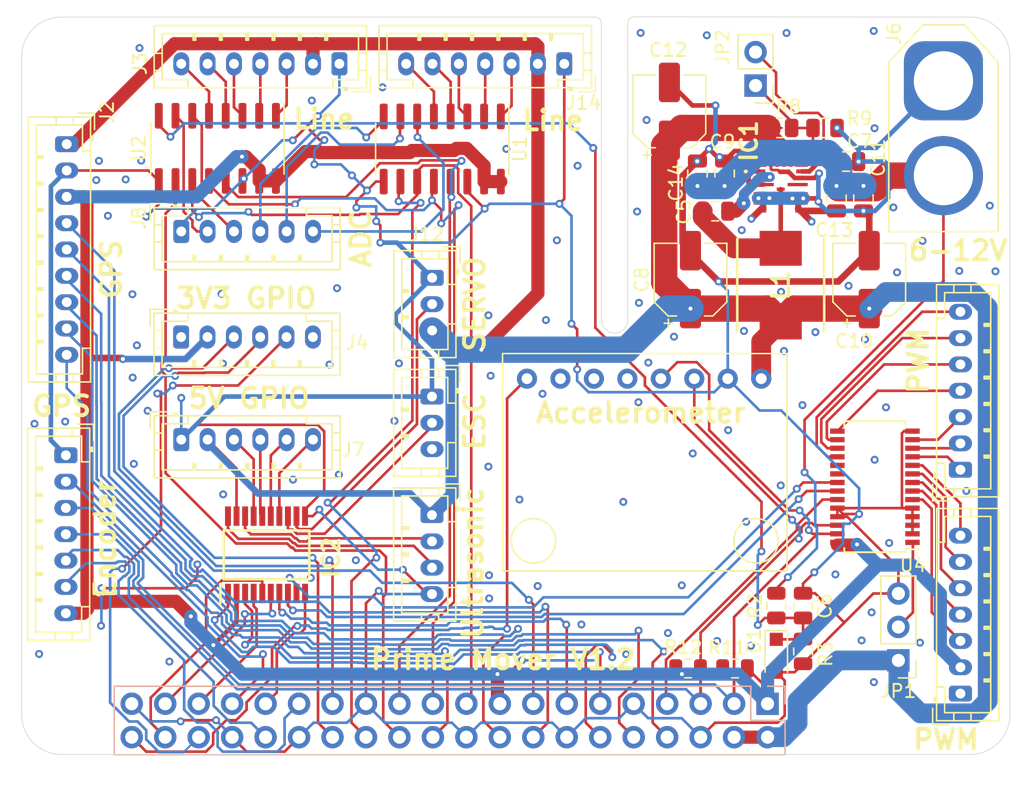
<source format=kicad_pcb>
(kicad_pcb (version 20211014) (generator pcbnew)
  (layers (0 "F.Cu" signal) (31 "B.Cu" signal) (34 "B.Paste" user) (35 "F.Paste" user) (36 "B.SilkS" user "B.Silkscreen") (37 "F.SilkS" user "F.Silkscreen") (38 "B.Mask" user) (39 "F.Mask" user) (44 "Edge.Cuts" user))
  (net 0 "")
  (net 1 "GND")
  (net 2 "/MCP3008/ADC1_CH6")
  (net 3 "/MCP3008/ADC1_CH5")
  (net 4 "/MCP3008/ADC0_CH7")
  (net 5 "/MCP3008/ADC0_CH6")
  (net 6 "VBAT_Read")
  (net 7 "/Accelerometer MPU6050/AD0")
  (net 8 "/Accelerometer MPU6050/XCL")
  (net 9 "/Accelerometer MPU6050/XDA")
  (net 10 "I2C_SDA")
  (net 11 "I2C_SCL")
  (net 12 "+5V")
  (net 13 "GPS_RST")
  (net 14 "GPS_RX")
  (net 15 "GPS_TX")
  (net 16 "GPS_RI")
  (net 17 "GPS_PWR")
  (net 18 "GPS_DTR")
  (net 19 "+3V3")
  (net 20 "GPIO1")
  (net 21 "GPIO0")
  (net 22 "LX")
  (net 23 "BST")
  (net 24 "/PWM_PCA9685/P0")
  (net 25 "/PWM_PCA9685/P1")
  (net 26 "/PWM_PCA9685/P2")
  (net 27 "/PWM_PCA9685/P3")
  (net 28 "/PWM_PCA9685/P4")
  (net 29 "/PWM_PCA9685/P5")
  (net 30 "+BATT")
  (net 31 "ECHO_5V")
  (net 32 "TRIG_5V")
  (net 33 "PWM_ESC")
  (net 34 "PWM_Servo")
  (net 35 "/PWM_PCA9685/P6")
  (net 36 "/PWM_PCA9685/P7")
  (net 37 "/PWM_PCA9685/P8")
  (net 38 "/PWM_PCA9685/P9")
  (net 39 "/PWM_PCA9685/P10")
  (net 40 "/PWM_PCA9685/P11")
  (net 41 "/PWM_PCA9685/P12")
  (net 42 "Net-(J14-Pad7)")
  (net 43 "Net-(J14-Pad6)")
  (net 44 "Net-(J14-Pad5)")
  (net 45 "Net-(J14-Pad4)")
  (net 46 "Net-(J14-Pad3)")
  (net 47 "BIAS")
  (net 48 "Net-(J3-Pad3)")
  (net 49 "Net-(J3-Pad4)")
  (net 50 "Net-(J3-Pad5)")
  (net 51 "Net-(J3-Pad6)")
  (net 52 "ENC_OUT")
  (net 53 "DIR")
  (net 54 "PGO")
  (net 55 "Net-(J3-Pad7)")
  (net 56 "LVL_OE")
  (net 57 "SPI_CS_ADC0")
  (net 58 "SPI_CS_ADC1")
  (net 59 "SPI_CLK")
  (net 60 "SPI_MISO")
  (net 61 "SPI_MOSI")
  (net 62 "GPIO26")
  (net 63 "TRIG_3V3")
  (net 64 "ECHO_3V3")
  (net 65 "PWM_~{OE}")
  (net 66 "GPIO27")
  (net 68 "PWM_ESC_5V")
  (net 69 "PWM_Servo_5V")
  (net 70 "GPIO21")
  (net 71 "GPIO20")
  (net 72 "GPIO19")
  (net 73 "GPIO16")
  (net 74 "/MCP3008/ADC0_CH5")
  (net 76 "FB")
  (net 77 "/PWM_PCA9685/P13")
  (net 80 "Net-(IC1-Pad17)")
  (net 81 "B6")
  (net 82 "B5")
  (net 83 "B4")
  (net 84 "B3")
  (net 85 "Net-(JP1-Pad2)")
  (footprint "Diode_SMD:D_SOD-323_HandSoldering" (layer "F.Cu") (at 57.274 48.507 -90)
    (fp_text reference "D1")
    (fp_text value "3V6")
  )
  (footprint "RascalHat:MPU-6050-Module" (layer "F.Cu") (at 56.18 27.46 -90)
    (fp_text reference "J1" hide)
    (fp_text value "Conn_01x08_Male")
  )
  (footprint "Connector_JST:JST_PH_B9B-PH-K_1x09_P2.00mm_Vertical" (layer "F.Cu") (at 3.414 9.652 -90)
    (fp_text reference "J2")
    (fp_text value "Conn_01x09_Male")
  )
  (footprint "Resistor_SMD:R_0805_2012Metric" (layer "F.Cu") (at 57.274 44.697 -90)
    (fp_text reference "R2")
    (fp_text value "4.7k")
  )
  (footprint "Resistor_SMD:R_0805_2012Metric" (layer "F.Cu") (at 59.306 48.1745 -90)
    (fp_text reference "R3")
    (fp_text value "1.5k")
  )
  (footprint "Package_SO:TSSOP-28_4.4x9.7mm_P0.65mm" (layer "F.Cu") (at 64.76 35.67 180)
    (fp_text reference "U4")
    (fp_text value "PCA9685PW")
  )
  (footprint "Connector_JST:JST_PH_B7B-PH-K_1x07_P2.00mm_Vertical" (layer "F.Cu") (at 71.25 34.38 90)
    (fp_text reference "J13" hide)
    (fp_text value "Conn_01x07_Male")
  )
  (footprint "MountingHole:MountingHole_3.2mm_M3" (layer "F.Cu") (at 3.5 3.5)
    (fp_text reference "H1" hide)
    (fp_text value "MountingHole")
  )
  (footprint "MountingHole:MountingHole_3.2mm_M3" (layer "F.Cu") (at 3.5 52.5)
    (fp_text reference "H2" hide)
    (fp_text value "MountingHole")
  )
  (footprint "MountingHole:MountingHole_3.2mm_M3" (layer "F.Cu") (at 61.5 53)
    (fp_text reference "H3" hide)
    (fp_text value "MountingHole")
  )
  (footprint "MountingHole:MountingHole_3.2mm_M3" (layer "F.Cu") (at 61.5 3.5)
    (fp_text reference "H4" hide)
    (fp_text value "MountingHole")
  )
  (footprint "Connector_JST:JST_PH_B7B-PH-K_1x07_P2.00mm_Vertical" (layer "F.Cu") (at 71.25 51.38 90)
    (fp_text reference "J5" hide)
    (fp_text value "Conn_01x07_Male")
  )
  (footprint "Capacitor_SMD:C_0805_2012Metric" (layer "F.Cu") (at 59.306 44.697 90)
    (fp_text reference "C6")
    (fp_text value "0.1uF")
  )
  (footprint "Connector_JST:JST_PH_B3B-PH-K_1x03_P2.00mm_Vertical" (layer "F.Cu") (at 31.15 19.8 -90)
    (fp_text reference "J12")
    (fp_text value "Conn_01x03_Male")
  )
  (footprint "Resistor_SMD:R_0805_2012Metric" (layer "F.Cu") (at 54.1425 49.47 180)
    (fp_text reference "R11")
    (fp_text value "4k7")
  )
  (footprint "Resistor_SMD:R_0805_2012Metric" (layer "F.Cu") (at 50.58 49.47)
    (fp_text reference "R12")
    (fp_text value "4k7")
  )
  (footprint "Connector_JST:JST_PH_B3B-PH-K_1x03_P2.00mm_Vertical" (layer "F.Cu") (at 31.14 28.82 -90)
    (fp_text reference "J11" hide)
    (fp_text value "Conn_01x03_Male")
  )
  (footprint "Connector_JST:JST_PH_B4B-PH-K_1x04_P2.00mm_Vertical" (layer "F.Cu") (at 31.14 37.82 -90)
    (fp_text reference "J10" hide)
    (fp_text value "Conn_01x04_Male")
  )
  (footprint "Connector_JST:JST_PH_B7B-PH-K_1x07_P2.00mm_Vertical" (layer "F.Cu") (at 3.35 33.28 -90)
    (fp_text reference "J18" hide)
    (fp_text value "Conn_01x07_Male")
  )
  (footprint "Connector_JST:JST_PH_B7B-PH-K_1x07_P2.00mm_Vertical" (layer "F.Cu") (at 41.18 3.55 180)
    (fp_text reference "J14")
    (fp_text value "Conn_01x07_Male")
  )
  (footprint "Connector_JST:JST_PH_B6B-PH-K_1x06_P2.00mm_Vertical" (layer "F.Cu") (at 12.1 24.3)
    (fp_text reference "J4")
    (fp_text value "Conn_01x06_Male")
  )
  (footprint "Capacitor_SMD:C_0805_2012Metric" (layer "F.Cu") (at 52.64 14.74)
    (fp_text reference "C5")
    (fp_text value "0.1uF")
  )
  (footprint "Resistor_SMD:R_0805_2012Metric" (layer "F.Cu") (at 60.97 8.42)
    (fp_text reference "R9")
    (fp_text value "R")
  )
  (footprint "Package_SO:SOIC-16_3.9x9.9mm_P1.27mm" (layer "F.Cu") (at 14.85 9.97 -90)
    (fp_text reference "U2")
    (fp_text value "MCP3008")
  )
  (footprint "Capacitor_SMD:CP_Elec_5x5.3" (layer "F.Cu") (at 49.16 7.16 90)
    (fp_text reference "C12")
    (fp_text value "22uF")
  )
  (footprint "Connector_JST:JST_PH_B7B-PH-K_1x07_P2.00mm_Vertical" (layer "F.Cu") (at 24.11 3.55 180)
    (fp_text reference "J3")
    (fp_text value "Conn_01x07_Male")
  )
  (footprint "Connector_PinHeader_2.54mm:PinHeader_1x02_P2.54mm_Vertical" (layer "F.Cu") (at 55.7 5.2 180)
    (fp_text reference "JP2")
    (fp_text value "Jumper_2_Bridged")
  )
  (footprint "Capacitor_SMD:C_0805_2012Metric" (layer "F.Cu") (at 63.89 13.77 -90)
    (fp_text reference "C11")
    (fp_text value "4.7uF")
  )
  (footprint "Connector_AMASS:AMASS_XT60-M_1x02_P7.20mm_Vertical" (layer "F.Cu") (at 69.96 4.84 -90)
    (fp_text reference "J6")
    (fp_text value "Conn_01x02_Male")
  )
  (footprint "Capacitor_SMD:C_0805_2012Metric" (layer "F.Cu") (at 62.57 10.97)
    (fp_text reference "C7")
    (fp_text value "2.2uF")
  )
  (footprint "NTS0308EPWJ:SOP65P640X110-20N" (layer "F.Cu") (at 18.58 40.84 90)
    (fp_text reference "IC2")
    (fp_text value "NTS0308EPWJ" hide)
  )
  (footprint "Connector_JST:JST_PH_B6B-PH-K_1x06_P2.00mm_Vertical" (layer "F.Cu") (at 12.11 32.09)
    (fp_text reference "J7")
    (fp_text value "Conn_01x06_Male")
  )
  (footprint "Capacitor_SMD:CP_Elec_5x5.3" (layer "F.Cu") (at 50.76 19.94 90)
    (fp_text reference "C8")
    (fp_text value "22uF")
  )
  (footprint "Resistor_SMD:R_0805_2012Metric" (layer "F.Cu") (at 57.5275 8.42)
    (fp_text reference "R8")
    (fp_text value "R")
  )
  (footprint "Connector_PinHeader_2.54mm:PinHeader_1x03_P2.54mm_Vertical" (layer "F.Cu") (at 66.54 48.86 180)
    (fp_text reference "JP1")
    (fp_text value "Jumper_3_Bridged12")
  )
  (footprint "MWSA0605S-150MT:INDPM7066X500N" (layer "F.Cu") (at 57.61 20.36 -90)
    (fp_text reference "L1")
    (fp_text value "1uH" hide)
  )
  (footprint "Capacitor_SMD:C_0805_2012Metric" (layer "F.Cu") (at 53.35 11.88 90)
    (fp_text reference "C9")
    (fp_text value "4.7uF")
  )
  (footprint "MAX20404AFOC_VY+:MAX20404AFOCVY" (layer "F.Cu") (at 57.61 12.67)
    (fp_text reference "IC1")
    (fp_text value "MAX20404AFOC_VY+" hide)
  )
  (footprint "Capacitor_SMD:CP_Elec_5x5.3" (layer "F.Cu") (at 64.33 19.94 90)
    (fp_text reference "C10")
    (fp_text value "22uF")
  )
  (footprint "Capacitor_SMD:C_0805_2012Metric" (layer "F.Cu") (at 51.29 11.88 90)
    (fp_text reference "C14")
    (fp_text value "1.0uF")
  )
  (footprint "Connector_JST:JST_PH_B6B-PH-K_1x06_P2.00mm_Vertical" (layer "F.Cu") (at 12.11 16.28)
    (fp_text reference "J8")
    (fp_text value "Conn_01x06_Male")
  )
  (footprint "Capacitor_SMD:C_0805_2012Metric" (layer "F.Cu") (at 61.84 13.77 -90)
    (fp_text reference "C13")
    (fp_text value "1.0uF")
  )
  (footprint "Package_SO:SOIC-16_3.9x9.9mm_P1.27mm" (layer "F.Cu") (at 31.92 10.02 -90)
    (fp_text reference "U1")
    (fp_text value "MCP3008")
  )
  (footprint "Connector_PinSocket_2.54mm:PinSocket_2x20_P2.54mm_Vertical" (layer "B.Cu") (at 56.61 52.15 90)
    (fp_text reference "R1" hide)
    (fp_text value "Raspberry_Pi_2_3")
  )
  (gr_line (start 3 56) (end 72 56) (layer "Edge.Cuts") (width 0.05))
  (gr_line (start 0 3) (end 0 53) (layer "Edge.Cuts") (width 0.05))
  (gr_arc (start 3 56) (mid 0.87868 55.12132) (end 0 53) (layer "Edge.Cuts") (width 0.05))
  (gr_arc (start 75 53) (mid 74.12132 55.12132) (end 72 56) (layer "Edge.Cuts") (width 0.05))
  (gr_arc (start 72 0) (mid 74.12132 0.87868) (end 75 3) (layer "Edge.Cuts") (width 0.05))
  (gr_line (start 75 53) (end 75 3) (layer "Edge.Cuts") (width 0.05))
  (gr_line (start 72 0) (end 46.5 -0.02) (layer "Edge.Cuts") (width 0.05))
  (gr_arc (start 43.5 0) (mid 43.853553 0.146447) (end 44 0.5) (layer "Edge.Cuts") (width 0.05))
  (gr_line (start 46 0.48) (end 46 23) (layer "Edge.Cuts") (width 0.05))
  (gr_arc (start 0 3) (mid 0.87868 0.87868) (end 3 0) (layer "Edge.Cuts") (width 0.05))
  (gr_line (start 44 0.5) (end 44 23) (layer "Edge.Cuts") (width 0.05))
  (gr_arc (start 46 0.48) (mid 46.146447 0.126447) (end 46.5 -0.02) (layer "Edge.Cuts") (width 0.05))
  (gr_arc (start 46 23) (mid 45 24) (end 44 23) (layer "Edge.Cuts") (width 0.05))
  (gr_line (start 43.5 0) (end 3 0) (layer "Edge.Cuts") (width 0.05))
  (gr_text "SERVO" (at 34.39 21.8 90) (layer "F.SilkS") (effects (font (size 1.5 1.5) (thickness 0.3))))
  (gr_text "Ultrasonic" (at 34.242 41.453 90) (layer "F.SilkS") (effects (font (size 1.5 1.5) (thickness 0.3))))
  (gr_text "GPS" (at 3.02 29.55) (layer "F.SilkS") (effects (font (size 1.5 1.5) (thickness 0.3))))
  (gr_text "5V GPIO" (at 17.25 28.95) (layer "F.SilkS") (effects (font (size 1.5 1.5) (thickness 0.3))))
  (gr_text "PWM" (at 68.04 26.1 90) (layer "F.SilkS") (effects (font (size 1.5 1.5) (thickness 0.3))))
  (gr_text "Encoder" (at 6.34 39.65 90) (layer "F.SilkS") (effects (font (size 1.5 1.5) (thickness 0.3))))
  (gr_text "Prime Mover V1.2" (at 36.54 48.78) (layer "F.SilkS") (effects (font (size 1.5 1.5) (thickness 0.3))))
  (gr_text "ESC" (at 34.39 30.71 90) (layer "F.SilkS") (effects (font (size 1.5 1.5) (thickness 0.3))))
  (gr_text "ADC" (at 25.75 16.85 90) (layer "F.SilkS") (effects (font (size 1.5 1.5) (thickness 0.3))))
  (gr_text "3V3 GPIO" (at 17.05 21.35) (layer "F.SilkS") (effects (font (size 1.5 1.5) (thickness 0.3))))
  (gr_text "PWM" (at 70.15 54.88) (layer "F.SilkS") (effects (font (size 1.5 1.5) (thickness 0.3))))
  (gr_text "GPS" (at 6.8 19.15 90) (layer "F.SilkS") (effects (font (size 1.5 1.5) (thickness 0.3))))
  (gr_text "Accelerometer" (at 46.99 30.05) (layer "F.SilkS") (effects (font (size 1.5 1.5) (thickness 0.3))))
  (gr_text "6-12V" (at 71.06 17.74) (layer "F.SilkS") (effects (font (size 1.5 1.5) (thickness 0.3))))
  (gr_text "Line" (at 40.31 7.85) (layer "F.SilkS") (effects (font (size 1.5 1.5) (thickness 0.3))))
  (gr_text "Line" (at 22.94 7.73) (layer "F.SilkS") (effects (font (size 1.5 1.5) (thickness 0.3))))
  (segment (start 54.110011 10.169989) (end 53.35 10.93) (width 0.35) (layer "F.Cu") (net 1))
  (segment (start 21.505 37.902) (end 22.088 37.902) (width 0.2) (layer "F.Cu") (net 1))
  (segment (start 67.61 37.295) (end 66.86 37.295) (width 0.2) (layer "F.Cu") (net 1))
  (segment (start 56.86 10.932) (end 56.86 10.195478) (width 0.35) (layer "F.Cu") (net 1))
  (segment (start 56.86 11.518522) (end 56.86 10.932) (width 0.2) (layer "F.Cu") (net 1))
  (segment (start 59.222 12.22) (end 58.67 12.22) (width 0.35) (layer "F.Cu") (net 1))
  (segment (start 26.885 12.495) (end 26.21 13.17) (width 0.2) (layer "F.Cu") (net 1))
  (segment (start 21.505 37.3895) (end 21.505 37.902) (width 0.2) (layer "F.Cu") (net 1))
  (segment (start 66.975 31.445) (end 67.61 31.445) (width 0.2) (layer "F.Cu") (net 1))
  (segment (start 58.67 12.22) (end 58.21 11.76) (width 0.35) (layer "F.Cu") (net 1))
  (segment (start 41.18 3.55) (end 41.18 13.81) (width 0.2) (layer "F.Cu") (net 1))
  (segment (start 12.15 53.4) (end 12.06 53.49) (width 0.2) (layer "F.Cu") (net 1))
  (segment (start 58.21 11.75) (end 57.553693 11.75) (width 0.35) (layer "F.Cu") (net 1))
  (segment (start 66.54 43.78) (end 64.638 43.78) (width 0.2) (layer "F.Cu") (net 1))
  (segment (start 6.05 43.38) (end 12.45 43.38) (width 0.2) (layer "F.Cu") (net 1))
  (segment (start 51.29 10.93) (end 50.16548 12.05452) (width 0.5) (layer "F.Cu") (net 1))
  (segment (start 53.35 10.93) (end 53.09 10.93) (width 0.35) (layer "F.Cu") (net 1))
  (segment (start 33.825 12.495) (end 33.825 13.235) (width 0.2) (layer "F.Cu") (net 1))
  (segment (start 64.33 17.74) (end 64.33 15.16) (width 0.5) (layer "F.Cu") (net 1))
  (segment (start 56.285 14.545) (end 56.155 14.545) (width 0.5) (layer "F.Cu") (net 1))
  (segment (start 16.755 12.375) (end 16.86 12.27) (width 0.2) (layer "F.Cu") (net 1))
  (segment (start 59.11 14.72) (end 58.935 14.545) (width 0.5) (layer "F.Cu") (net 1))
  (segment (start 60.2095 43.7595) (end 62.434 45.984) (width 0.2) (layer "F.Cu") (net 1))
  (segment (start 59.222 12.22) (end 60.17 12.22) (width 0.35) (layer "F.Cu") (net 1))
  (segment (start 25.4 14.47) (end 25.4 13.98) (width 0.2) (layer "F.Cu") (net 1))
  (segment (start 28.93 41.97) (end 30.78 43.82) (width 0.2) (layer "F.Cu") (net 1))
  (segment (start 60.24 13.77) (end 60.47 14) (width 0.35) (layer "F.Cu") (net 1))
  (segment (start 61.91 37.295) (end 67.61 37.295) (width 0.2) (layer "F.Cu") (net 1))
  (segment (start 9.45 15.16) (end 10.405 14.205) (width 0.2) (layer "F.Cu") (net 1))
  (segment (start 62.434 45.984) (end 59.306 49.112) (width 0.2) (layer "F.Cu") (net 1))
  (segment (start 56.960489 11.619011) (end 56.86 11.518522) (width 0.2) (layer "F.Cu") (net 1))
  (segment (start 62.355 37.74) (end 61.91 37.295) (width 0.2) (layer "F.Cu") (net 1))
  (segment (start 19.950489 55.789511) (end 21.05 54.69) (width 0.2) (layer "F.Cu") (net 1))
  (segment (start 66.54 41.825) (end 66.54 43.78) (width 0.2) (layer "F.Cu") (net 1))
  (segment (start 51.29 10.93) (end 51.29 10.89) (width 0.35) (layer "F.Cu") (net 1))
  (segment (start 25.4 13.98) (end 26.21 13.17) (width 0.2) (layer "F.Cu") (net 1))
  (segment (start 27.475 12.495) (end 26.885 12.495) (width 0.2) (layer "F.Cu") (net 1))
  (segment (start 59.306 43.024) (end 60.16 42.17) (width 0.2) (layer "F.Cu") (net 1))
  (segment (start 59.32 13.77) (end 60.24 13.77) (width 0.35) (layer "F.Cu") (net 1))
  (segment (start 15.97 54.69) (end 17.069511 55.789511) (width 0.2) (layer "F.Cu") (net 1))
  (segment (start 50.76 17.74) (end 50.76 17.95) (width 0.5) (layer "F.Cu") (net 1))
  (segment (start 61.91 37.945) (end 62.66 37.945) (width 0.2) (layer "F.Cu") (net 1))
  (segment (start 41.73 23.29) (end 42.16 23.72) (width 0.2) (layer "F.Cu") (net 1))
  (segment (start 56.834511 10.169989) (end 54.110011 10.169989) (width 0.35) (layer "F.Cu") (net 1))
  (segment (start 50.16548 12.05452) (end 50.16548 17.14548) (width 0.5) (layer "F.Cu") (net 1))
  (segment (start 67.61 37.295) (end 67.61 39.245) (width 0.2) (layer "F.Cu") (net 1))
  (segment (start 9.612 11.652) (end 10.405 12.445) (width 0.2) (layer "F.Cu") (net 1))
  (segment (start 17.069511 55.789511) (end 19.950489 55.789511) (width 0.2) (layer "F.Cu") (net 1))
  (segment (start 26.13 44.52) (end 27.07 43.58) (width 0.2) (layer "F.Cu") (net 1))
  (segment (start 22.96 35.9345) (end 21.505 37.3895) (width 0.2) (layer "F.Cu") (net 1))
  (segment (start 22.461882 30.96548) (end 22.96 31.463598) (width 0.2) (layer "F.Cu") (net 1))
  (segment (start 16.755 12.445) (end 16.755 12.375) (width 0.2) (layer "F.Cu") (net 1))
  (segment (start 61.84 14.72) (end 59.11 14.72) (width 0.5) (layer "F.Cu") (net 1))
  (segment (start 21.615 8.325) (end 22.418023 7.521977) (width 0.2) (layer "F.Cu") (net 1))
  (segment (start 51.53 54.69) (end 52.629511 53.590489) (width 0.2) (layer "F.Cu") (net 1))
  (segment (start 57.422704 11.619011) (end 56.960489 11.619011) (width 0.2) (layer "F.Cu") (net 1))
  (segment (start 53.09 10.93) (end 52.17 10.01) (width 0.35) (layer "F.Cu") (net 1))
  (segment (start 3.414 11.652) (end 9.612 11.652) (width 0.2) (layer "F.Cu") (net 1))
  (segment (start 22.96 31.463598) (end 22.96 35.9345) (width 0.2) (layer "F.Cu") (net 1))
  (segment (start 52.629511 53.590489) (end 57.368533 53.590489) (width 0.2) (layer "F.Cu") (net 1))
  (segment (start 14.75 53.4) (end 12.15 53.4) (width 0.2) (layer "F.Cu") (net 1))
  (segment (start 51.29 10.89) (end 52.17 10.01) (width 0.35) (layer "F.Cu") (net 1))
  (segment (start 13.331838 42.498162) (end 13.331838 41.567517) (width 0.2) (layer "F.Cu") (net 1))
  (segment (start 41.18 13.81) (end 40.81 14.18) (width 0.2) (layer "F.Cu") (net 1))
  (segment (start 52.89 20.08) (end 61.99 20.08) (width 0.5) (layer "F.Cu") (net 1))
  (segment (start 58.955 14.545) (end 59.95 15.54) (width 0.5) (layer "F.Cu") (net 1))
  (segment (start 30.78 43.82) (end 31.14 43.82) (width 0.2) (layer "F.Cu") (net 1))
  (segment (start 22.418023 7.521977) (end 22.480059 7.521977) (width 0.2) (layer "F.Cu") (net 1))
  (segment (start 50.16548 17.14548) (end 50.76 17.74) (width 0.5) (layer "F.Cu") (net 1))
  (segment (start 66.810489 37.245489) (end 66.810489 31.609511) (width 0.2) (layer "F.Cu") (net 1))
  (segment (start 64.638 43.78) (end 62.434 45.984) (width 0.2) (layer "F.Cu") (net 1))
  (segment (start 22.97 9.34) (end 22.63 9.34) (width 0.2) (layer "F.Cu") (net 1))
  (segment (start 62.66 37.945) (end 66.54 41.825) (width 0.2) (layer "F.Cu") (net 1))
  (segment (start 20.58 9.36) (end 21.615 8.325) (width 0.2) (layer "F.Cu") (net 1))
  (segment (start 63.56 37.74) (end 62.355 37.74) (width 0.2) (layer "F.Cu") (net 1))
  (segment (start 64.33 15.16) (end 63.89 14.72) (width 0.5) (layer "F.Cu") (net 1))
  (segment (start 56.155 14.545) (end 55.38 15.32) (width 0.5) (layer "F.Cu") (net 1))
  (segment (start 56.86 10.195478) (end 56.834511 10.169989) (width 0.35) (layer "F.Cu") (net 1))
  (segment (start 58.661 49.757) (end 57.274 49.757) (width 0.2) (layer "F.Cu") (net 1))
  (segment (start 61.91 37.945) (end 61.91 37.295) (width 0.2) (layer "F.Cu") (net 1))
  (segment (start 12.45 43.38) (end 13.331838 42.498162) (width 0.2) (layer "F.Cu") (net 1))
  (segment (start 59.306 43.7595) (end 60.2095 43.7595) (width 0.2) (layer "F.Cu") (net 1))
  (segment (start 57.91 50.393) (end 57.274 49.757) (width 0.2) (layer "F.Cu") (net 1))
  (segment (start 50.91 6.71) (end 52.66 6.71) (width 0.35) (layer "F.Cu") (net 1))
  (segment (start 55.92 13.76) (end 56.313 13.76) (width 1) (layer "F.Cu") (net 1))
  (segment (start 26.13 52.15) (end 26.13 44.52) (width 0.2) (layer "F.Cu") (net 1))
  (segment (start 12.11 32.09) (end 13.23452 30.96548) (width 0.2) (layer "F.Cu") (net 1))
  (segment (start 57.91 53.049022) (end 57.91 50.393) (width 0.2) (layer "F.Cu") (net 1))
  (segment (start 49.16 4.96) (end 50.91 6.71) (width 0.35) (layer "F.Cu") (net 1))
  (segment (start 58.935 14.545) (end 58.955 14.545) (width 0.5) (layer "F.Cu") (net 1))
  (segment (start 50.76 17.95) (end 52.89 20.08) (width 0.5) (layer "F.Cu") (net 1))
  (segment (start 10.405 14.205) (end 10.405 12.445) (width 0.2) (layer "F.Cu") (net 1))
  (segment (start 66.86 37.295) (end 66.810489 37.245489) (width 0.2) (layer "F.Cu") (net 1))
  (segment (start 57.368533 53.590489) (end 57.91 53.049022) (width 0.2) (layer "F.Cu") (net 1))
  (segment (start 57.553693 11.75) (end 57.422704 11.619011) (width 0.2) (layer "F.Cu") (net 1))
  (segment (start 27.07 43.58) (end 27.1 43.58) (width 0.2) (layer "F.Cu") (net 1))
  (segment (start 56.86 11.54) (end 56.92 11.6) (width 0.2) (layer "F.Cu") (net 1))
  (segment (start 59.306 43.7595) (end 59.306 43.024) (width 0.2) (layer "F.Cu") (net 1))
  (segment (start 56.86 10.932) (end 56.86 11.54) (width 0.2) (layer "F.Cu") (net 1))
  (segment (start 13.23452 30.96548) (end 22.461882 30.96548) (width 0.2) (layer "F.Cu") (net 1))
  (segment (start 58.21 11.76) (end 58.21 11.75) (width 0.35) (layer "F.Cu") (net 1))
  (segment (start 61.99 20.08) (end 64.33 17.74) (width 0.5) (layer "F.Cu") (net 1))
  (segment (start 22.088 37.902) (end 22.59 37.4) (width 0.2) (layer "F.Cu") (net 1))
  (segment (start 56.313 13.76) (end 56.323 13.77) (width 1) (layer "F.Cu") (net 1))
  (segment (start 59.306 49.112) (end 58.661 49.757) (width 0.2) (layer "F.Cu") (net 1))
  (segment (start 27.22 17.13) (end 27.22 15.82) (width 0.2) (layer "F.Cu") (net 1))
  (segment (start 22.63 9.34) (end 21.615 8.325) (width 0.2) (layer "F.Cu") (net 1))
  (segment (start 27.22 15.82) (end 26.91 15.51) (width 0.2) (layer "F.Cu") (net 1))
  (segment (start 60.17 12.22) (end 60.52 11.87) (width 0.35) (layer "F.Cu") (net 1))
  (segment (start 33.825 13.235) (end 35.14 14.55) (width 0.2) (layer "F.Cu") (net 1))
  (segment (start 66.810489 31.609511) (end 66.975 31.445) (width 0.2) (layer "F.Cu") (net 1))
  (segment (start 42.16 23.72) (end 42.16 26.75) (width 0.2) (layer "F.Cu") (net 1))
  (via (at 60.16 42.17) (size 0.6) (drill 0.3) (layers "F.Cu" "B.Cu") (net 1))
  (via (at 59.26 29.47) (size 0.6) (drill 0.3) (layers "F.Cu" "B.Cu") (net 1))
  (via (at 71.7 35.99) (size 0.6) (drill 0.3) (layers "F.Cu" "B.Cu") (net 1))
  (via (at 45.88 48.39) (size 0.6) (drill 0.3) (layers "F.Cu" "B.Cu") (net 1))
  (via (at 14.75 53.4) (size 0.6) (drill 0.3) (layers "F.Cu" "B.Cu") (net 1))
  (via (at 63.89 14.72) (size 0.6) (drill 0.3) (layers "F.Cu" "B.Cu") (net 1))
  (via (at 46.71 14.77) (size 0.6) (drill 0.3) (layers "F.Cu" "B.Cu") (net 1))
  (via (at 51.27 10.95) (size 0.6) (drill 0.3) (layers "F.Cu" "B.Cu") (net 1))
  (via (at 39.79 23.01) (size 0.6) (drill 0.3) (layers "F.Cu" "B.Cu") (net 1))
  (via (at 65.6 29.64) (size 0.6) (drill 0.3) (layers "F.Cu" "B.Cu") (net 1))
  (via (at 22.02 6.34) (size 0.6) (drill 0.3) (layers "F.Cu" "B.Cu") (net 1))
  (via (at 58.05 1.21) (size 0.6) (drill 0.3) (layers "F.Cu" "B.Cu") (net 1))
  (via (at 35.48 44.15) (size 0.6) (drill 0.3) (layers "F.Cu" "B.Cu") (net 1))
  (via (at 22.480059 7.521977) (size 0.6) (drill 0.3) (layers "F.Cu" "B.Cu") (net 1))
  (via (at 20.59 35.13) (size 0.6) (drill 0.3) (layers "F.Cu" "B.Cu") (net 1))
  (via (at 57.86 25.36) (size 0.6) (drill 0.3) (layers "F.Cu" "B.Cu") (net 1))
  (via (at 25.36 41.25) (size 0.6) (drill 0.3) (layers "F.Cu" "B.Cu") (net 1))
  (via (at 52.66 6.71) (size 0.6) (drill 0.3) (layers "F.Cu" "B.Cu") (net 1))
  (via (at 64.74 33.62) (size 0.6) (drill 0.3) (layers "F.Cu" "B.Cu") (net 1))
  (via (at 42.16 26.75) (size 0.6) (drill 0.3) (layers "F.Cu" "B.Cu") (net 1))
  (via (at 46.85 21.7) (size 0.6) (drill 0.3) (layers "F.Cu" "B.Cu") (net 1))
  (via (at 47.43 7.82) (size 0.6) (drill 0.3) (layers "F.Cu" "B.Cu") (net 1))
  (via (at 9.56 29.9) (size 0.6) (drill 0.3) (layers "F.Cu" "B.Cu") (net 1))
  (via (at 52.17 10.01) (size 0.6) (drill 0.3) (layers "F.Cu" "B.Cu") (net 1))
  (via (at 15.29 36.25) (size 0.6) (drill 0.3) (layers "F.Cu" "B.Cu") (net 1))
  (via (at 35.59 27.24) (size 0.6) (drill 0.3) (layers "F.Cu" "B.Cu") (net 1))
  (via (at 55.35 47.75) (size 0.6) (drill 0.3) (layers "F.Cu" "B.Cu") (net 1))
  (via (at 8.510605 33.933494) (size 0.6) (drill 0.3) (layers "F.Cu" "B.Cu") (net 1))
  (via (at 8.74 24.93) (size 0.6) (drill 0.3) (layers "F.Cu" "B.Cu") (net 1))
  (via (at 57.61 35.57) (size 0.6) (drill 0.3) (layers "F.Cu" "B.Cu") (net 1))
  (via (at 22.59 37.4) (size 0.6) (drill 0.3) (layers "F.Cu" "B.Cu") (net 1))
  (via (at 63.56 37.74) (size 0.6) (drill 0.3) (layers "F.Cu" "B.Cu") (net 1))
  (via (at 28.93 41.97) (size 0.6) (drill 0.3) (layers "F.Cu" "B.Cu") (net 1))
  (via (at 23.93 20.59) (size 0.6) (drill 0.3) (layers "F.Cu" "B.Cu") (net 1))
  (via (at 54.65 16.18) (size 0.6) (drill 0.3) (layers "F.Cu" "B.Cu") (net 1))
  (via (at 47.56 26.24) (size 0.6) (drill 0.3) (layers "F.Cu" "B.Cu") (net 1))
  (via (at 27.38 5.33) (size 0.6) (drill 0.3) (layers "F.Cu" "B.Cu") (net 1))
  (via (at 8.4 21.05) (size 0.6) (drill 0.3) (layers "F.Cu" "B.Cu") (net 1))
  (via (at 49.51 24.27) (size 0.6) (drill 0.3) (layers "F.Cu" "B.Cu") (net 1))
  (via (at 54.99 38.33) (size 0.6) (drill 0.3) (layers "F.Cu" "B.Cu") (net 1))
  (via (at 55.92 13.76) (size 0.6) (drill 0.3) (layers "F.Cu" "B.Cu") (net 1))
  (via (at 1.32 48.37) (size 0.6) (drill 0.3) (layers "F.Cu" "B.Cu") (net 1))
  (via (at 52.78 47.38) (size 0.6) (drill 0.3) (layers "F.Cu" "B.Cu") (net 1))
  (via (at 11.21 48.95) (size 0.6) (drill 0.3) (layers "F.Cu" "B.Cu") (net 1))
  (via (at 61.8825 8.42) (size 0.6) (drill 0.3) (layers "F.Cu" "B.Cu") (net 1))
  (via (at 25.4 14.47) (size 0.6) (drill 0.3) (layers "F.Cu" "B.Cu") (net 1))
  (via (at 59.95 15.54) (size 0.6) (drill 0.3) (layers "F.Cu" "B.Cu") (net 1))
  (via (at 26.21 13.17) (size 0.6) (drill 0.3) (layers "F.Cu" "B.Cu") (net 1))
  (via (at 64.73 8.44) (size 0.6) (drill 0.3) (layers "F.Cu" "B.Cu") (net 1))
  (via (at 60.52 11.87) (size 0.6) (drill 0.3) (layers "F.Cu" "B.Cu") (net 1))
  (via (at 62.76 20.41) (size 0.6) (drill 0.3) (layers "F.Cu" "B.Cu") (net 1))
  (via (at 64.67 1.05) (size 0.6) (drill 0.3) (layers "F.Cu" "B.Cu") (net 1))
  (via (at 64.68 50.51) (size 0.6) (drill 0.3) (layers "F.Cu" "B.Cu") (net 1))
  (via (at 16.86 12.27) (size 0.6) (drill 0.3) (layers "F.Cu" "B.Cu") (net 1))
  (via (at 24.07 34.75) (size 0.6) (drill 0.3) (layers "F.Cu" "B.Cu") (net 1))
  (via (at 73.91 19.31) (size 0.6) (drill 0.3) (layers "F.Cu" "B.Cu") (net 1))
  (via (at 56.75 13.75) (size 0.6) (drill 0.3) (layers "F.Cu" "B.Cu") (net 1))
  (via (at 59.32 13.77) (size 0.6) (drill 0.3) (layers "F.Cu" "B.Cu") (net 1))
  (via (at 50.1 43.16) (size 0.6) (drill 0.3) (layers "F.Cu" "B.Cu") (net 1))
  (via (at 35.42 22.65) (size 0.6) (drill 0.3) (layers "F.Cu" "B.Cu") (net 1))
  (via (at 9.07 10.9) (size 0.6) (drill 0.3) (layers "F.Cu" "B.Cu") (net 1))
  (via (at 39.53 28.61) (size 0.6) (drill 0.3) (layers "F.Cu" "B.Cu") (net 1))
  (via (at 6.05 43.38) (size 0.6) (drill 0.3) (layers "F.Cu" "B.Cu") (net 1))
  (via (at 50.93 33.14) (size 0.6) (drill 0.3) (layers "F.Cu" "B.Cu") (net 1))
  (via (at 0.97 30.89) (size 0.6) (drill 0.3) (layers "F.Cu" "B.Cu") (net 1))
  (via (at 27.22 17.13) (size 0.6) (drill 0.3) (layers "F.Cu" "B.Cu") (net 1))
  (via (at 25.065 12.025) (size 0.6) (drill 0.3) (layers "F.Cu" "B.Cu") (net 1))
  (via (at 8.42 27.38) (size 0.6) (drill 0.3) (layers "F.Cu" "B.Cu") (net 1))
  (via (at 52.89 20.08) (size 0.6) (drill 0.3) (layers "F.Cu" "B.Cu") (net 1))
  (via (at 27.1 43.58) (size 0.6) (drill 0.3) (layers "F.Cu" "B.Cu") (net 1))
  (via (at 63.75 47.34) (size 0.6) (drill 0.3) (layers "F.Cu" "B.Cu") (net 1))
  (via (at 52 1.38) (size 0.6) (drill 0.3) (layers "F.Cu" "B.Cu") (net 1))
  (via (at 68.38 17) (size 0.6) (drill 0.3) (layers "F.Cu" "B.Cu") (net 1))
  (via (at 15.27 26.32) (size 0.6) (drill 0.3) (layers "F.Cu" "B.Cu") (net 1))
  (via (at 66.44 19.39) (size 0.6) (drill 0.3) (layers "F.Cu" "B.Cu") (net 1))
  (via (at 49.05 46.78) (size 0.6) (drill 0.3) (layers "F.Cu" "B.Cu") (net 1))
  (via (at 58.5 13.78) (size 0.6) (drill 0.3) (layers "F.Cu" "B.Cu") (net 1))
  (via (at 12.06 53.49) (size 0.6) (drill 0.3) (layers "F.Cu" "B.Cu") (net 1))
  (via (at 22.21 11.19) (size 0.6) (drill 0.3) (layers "F.Cu" "B.Cu") (net 1))
  (via (at 21.940989 42.589011) (size 0.6) (drill 0.3) (layers "F.Cu" "B.Cu") (net 1))
  (via (at 20.58 9.36) (size 0.6) (drill 0.3) (layers "F.Cu" "B.Cu") (net 1))
  (via (at 57.64 20.87) (size 0.6) (drill 0.3) (layers "F.Cu" "B.Cu") (net 1))
  (via (at 6.54 15.09) (size 0.6) (drill 0.3) (layers "F.Cu" "B.Cu") (net 1))
  (via (at 46.81 29.25) (size 0.6) (drill 0.3) (layers "F.Cu" "B.Cu") (net 1))
  (via (at 40.81 14.18) (size 0.6) (drill 0.3) (layers "F.Cu" "B.Cu") (net 1))
  (via (at 13.331838 41.567517) (size 0.6) (drill 0.3) (layers "F.Cu" "B.Cu") (net 1))
  (via (at 9.45 15.16) (size 0.6) (drill 0.3) (layers "F.Cu" "B.Cu") (net 1))
  (via (at 60.24 23.93) (size 0.6) (drill 0.3) (layers "F.Cu" "B.Cu") (net 1))
  (via (at 64.51 45.21) (size 0.6) (drill 0.3) (layers "F.Cu" "B.Cu") (net 1))
  (via (at 37.78 36.64) (size 0.6) (drill 0.3) (layers "F.Cu" "B.Cu") (net 1))
  (via (at 7.89 12.33) (size 0.6) (drill 0.3) (layers "F.Cu" "B.Cu") (net 1))
  (via (at 28.29 30.67) (size 0.6) (drill 0.3) (layers "F.Cu" "B.Cu") (net 1))
  (via (at 5.86 10.92) (size 0.6) (drill 0.3) (layers "F.Cu" "B.Cu") (net 1))
  (via (at 39.16 43.21) (size 0.6) (drill 0.3) (layers "F.Cu" "B.Cu") (net 1))
  (via (at 65.84 39.94) (size 0.6) (drill 0.3) (layers "F.Cu" "B.Cu") (net 1))
  (via (at 53.62 31.37) (size 0.6) (drill 0.3) (layers "F.Cu" "B.Cu") (net 1))
  (via (at 54.82 23.84) (size 0.6) (drill 0.3) (layers "F.Cu" "B.Cu") (net 1))
  (via (at 23.36 26.39) (size 0.6) (drill 0.3) (layers "F.Cu" "B.Cu") (net 1))
  (via (at 35.14 14.55) (size 0.6) (drill 0.3) (layers "F.Cu" "B.Cu") (net 1))
  (via (at 61.76 42.33) (size 0.6) (drill 0.3) (layers "F.Cu" "B.Cu") (net 1))
  (via (at 52.97 10.63) (size 0.6) (drill 0.3) (layers "F.Cu" "B.Cu") (net 1))
  (via (at 66.16 14.46) (size 0.6) (drill 0.3) (layers "F.Cu" "B.Cu") (net 1))
  (via (at 42.48 46.13) (size 0.6) (drill 0.3) (layers "F.Cu" "B.Cu") (net 1))
  (via (at 71.16 19.28) (size 0.6) (drill 0.3) (layers "F.Cu" "B.Cu") (net 1))
  (via (at 35.42 34.14) (size 0.6) (drill 0.3) (layers "F.Cu" "B.Cu") (net 1))
  (via (at 3.3 30.72) (size 0.6) (drill 0.3) (layers "F.Cu" "B.Cu") (net 1))
  (via (at 22.97 9.34) (size 0.6) (drill 0.3) (layers "F.Cu" "B.Cu") (net 1))
  (via (at 28.63 26.3) (size 0.6) (drill 0.3) (layers "F.Cu" "B.Cu") (net 1))
  (via (at 42.19 11.29) (size 0.6) (drill 0.3) (layers "F.Cu" "B.Cu") (net 1))
  (via (at 8.94 2.35) (size 0.6) (drill 0.3) (layers "F.Cu" "B.Cu") (net 1))
  (via (at 15.17 21.01) (size 0.6) (drill 0.3) (layers "F.Cu" "B.Cu") (net 1))
  (via (at 6.02 46.23) (size 0.6) (drill 0.3) (layers "F.Cu" "B.Cu") (net 1))
  (via (at 55.38 15.32) (size 0.6) (drill 0.3) (layers "F.Cu" "B.Cu") (net 1))
  (via (at 26.91 15.51) (size 0.6) (drill 0.3) (layers "F.Cu" "B.Cu") (net 1))
  (via (at 64.01 24.48) (size 0.6) (drill 0.3) (layers "F.Cu" "B.Cu") (net 1))
  (via (at 68.18 47.51) (size 0.6) (drill 0.3) (layers "F.Cu" "B.Cu") (net 1))
  (via (at 41.73 23.29) (size 0.6) (drill 0.3) (layers "F.Cu" "B.Cu") (net 1))
  (via (at 46.98 1.2) (size 0.6) (drill 0.3) (layers "F.Cu" "B.Cu") (net 1))
  (via (at 73.48 14.32) (size 0.6) (drill 0.3) (layers "F.Cu" "B.Cu") (net 1))
  (via (at 12.11 28.92) (size 0.6) (drill 0.3) (layers "F.Cu" "B.Cu") (net 1))
  (via (at 45.66 36.82) (size 0.6) (drill 0.3) (layers "F.Cu" "B.Cu") (net 1))
  (via (at 60.47 14) (size 0.6) (drill 0.3) (layers "F.Cu" "B.Cu") (net 1))
  (via (at 35.47 42.39) (size 0.6) (drill 0.3) (layers "F.Cu" "B.Cu") (net 1))
  (via (at 63.52 10.97) (size 0.6) (drill 0.3) (layers "F.Cu" "B.Cu") (net 1))
  (via (at 40.62 16.95) (size 0.6) (drill 0.3) (layers "F.Cu" "B.Cu") (net 1))
  (via (at 36.78 10.01) (size 0.6) (drill 0.3) (layers "F.Cu" "B.Cu") (net 1))
  (via (at 5.66 12.38) (size 0.6) (drill 0.3) (layers "F.Cu" "B.Cu") (net 1))
  (segment (start 40.81 14.18) (end 35.51 14.18) (width 0.2) (layer "B.Cu") (net 1))
  (segment (start 60.47 11.92) (end 60.52 11.87) (width 0.35) (layer "B.Cu") (net 1))
  (segment (start 22.21 10.1) (end 22.97 9.34) (width 0.2) (layer "B.Cu") (net 1))
  (segment (start 15.97 54.69) (end 15.97 54.62) (width 0.2) (layer "B.Cu") (net 1))
  (segment (start 60.47 14) (end 60.47 11.92) (width 0.35) (layer "B.Cu") (net 1))
  (segment (start 31.14 25.98) (end 28.39 23.23) (width 0.35) (layer "B.Cu") (net 1))
  (segment (start 13.32 14.54) (end 10.07 14.54) (width 0.2) (layer "B.Cu") (net 1))
  (segment (start 28.39 22.56) (end 28.39 23.23) (width 0.35) (layer "B.Cu") (net 1))
  (segment (start 52.66 6.71) (end 52.66 9.52) (width 0.35) (layer "B.Cu") (net 1))
  (segment (start 63.52 10.0575) (end 63.39125 9.92875) (width 0.35) (layer "B.Cu") (net 1))
  (segment (start 53.59 20.78) (end 52.89 20.08) (width 0.2) (layer "B.Cu") (net 1))
  (segment (start 64.76 14.72) (end 65.76 13.72) (width 0.35) (layer "B.Cu") (net 1))
  (segment (start 32.650489 53.590489) (end 27.570489 53.590489) (width 0.2) (layer "B.Cu") (net 1))
  (segment (start 40.270489 53.590489) (end 34.849511 53.590489) (width 0.2) (layer "B.Cu") (net 1))
  (segment (start 26.91 15.51) (end 26.91 14.38) (width 0.2) (layer "B.Cu") (net 1))
  (segment (start 41.37 54.69) (end 40.270489 53.590489) (width 0.2) (layer "B.Cu") (net 1))
  (segment (start 50.089511 53.249511) (end 51.53 54.69) (width 0.2) (layer "B.Cu") (net 1))
  (segment (start 52.66 9.52) (end 52.17 10.01) (width 0.35) (layer "B.Cu") (net 1))
  (segment (start 25.065 12.025) (end 24.23 11.19) (width 0.2) (layer "B.Cu") (net 1))
  (segment (start 13.32 14.54) (end 12.11 15.75) (width 0.2) (layer "B.Cu") (net 1))
  (segment (start 42.16 27.620494) (end 43.029506 28.49) (width 0.2) (layer "B.Cu") (net 1))
  (segment (start 65.49 10.97) (end 63.52 10.97) (width 0.35) (layer "B.Cu") (net 1))
  (segment (start 32.56 17.13) (end 27.22 17.13) (width 0.2) (layer "B.Cu") (net 1))
  (segment (start 33.75 54.69) (end 32.650489 53.590489) (width 0.2) (layer "B.Cu") (net 1))
  (segment (start 59.31 13.76) (end 59.32 13.77) (width 1) (layer "B.Cu") (net 1))
  (segment (start 16.86 12.27) (end 14.59 14.54) (width 0.2) (layer "B.Cu") (net 1))
  (segment (start 62.82 38.48) (end 63.56 37.74) (width 0.2) (layer "B.Cu") (net 1))
  (segment (start 62.34 39.99) (end 62.34 38.48) (width 0.2) (layer "B.Cu") (net 1))
  (segment (start 9.69 53.49) (end 8.35 52.15) (width 0.2) (layer "B.Cu") (net 1))
  (segment (start 3.35 33.28) (end 2.21448 32.14448) (width 0.35) (layer "B.Cu") (net 1))
  (segment (start 12.06 53.49) (end 9.69 53.49) (width 0.2) (layer "B.Cu") (net 1))
  (segment (start 24.11 3.55) (end 24.11 5.892036) (width 0.2) (layer "B.Cu") (net 1))
  (segment (start 63.39125 9.92875) (end 64.87125 9.92875) (width 0.35) (layer "B.Cu") (net 1))
  (segment (start 22.149511 53.590489) (end 24.689511 53.590489) (width 0.2) (layer "B.Cu") (net 1))
  (segment (start 24.11 5.892036) (end 22.480059 7.521977) (width 0.2) (layer "B.Cu") (net 1))
  (segment (start 6.05 46.2) (end 6.05 43.38) (width 0.2) (layer "B.Cu") (net 1))
  (segment (start 57.65 29.88) (end 56.01 29.88) (width 0.2) (layer "B.Cu") (net 1))
  (segment (start 16.86 12.27) (end 19.77 9.36) (width 0.2) (layer "B.Cu") (net 1))
  (segment (start 22.59 37.507113) (end 27.052887 41.97) (width 0.2) (layer "B.Cu") (net 1))
  (segment (start 63.39125 9.92875) (end 61.8825 8.42) (width 0.35) (layer "B.Cu") (net 1))
  (segment (start 56.01 29.88) (end 53.59 27.46) (width 0.2) (layer "B.Cu") (net 1))
  (segment (start 26.91 14.38) (end 25.49 14.38) (width 0.2) (layer "B.Cu") (net 1))
  (segment (start 43.029506 28.49) (end 52.56 28.49) (width 0.2) (layer "B.Cu") (net 1))
  (segment (start 41.73 15.1) (end 41.73 23.29) (width 0.2) (layer "B.Cu") (net 1))
  (segment (start 2.21448 32.14448) (end 2.21448 12.85152) (width 0.35) (layer "B.Cu") (net 1))
  (segment (start 46.45 52.15) (end 47.549511 53.249511) (width 0.2) (layer "B.Cu") (net 1))
  (segment (start 15.38 28.82) (end 12.11 32.09) (width 0.35) (layer "B.Cu") (net 1))
  (segment (start 25.49 14.38) (end 25.4 14.47) (width 0.2) (layer "B.Cu") (net 1))
  (segment (start 64.87125 9.92875) (end 69.96 4.84) (width 0.35) (layer "B.Cu") (net 1))
  (segment (start 12.11 32.09) (end 12.11 28.92) (width 0.2) (layer "B.Cu") (net 1))
  (segment (start 62.34 38.48) (end 62.82 38.48) (width 0.2) (layer "B.Cu") (net 1))
  (segment (start 60.47 14) (end 60.47 14.09) (width 0.35) (layer "B.Cu") (net 1))
  (segment (start 27.052887 41.97) (end 28.93 41.97) (width 0.2) (layer "B.Cu") (net 1))
  (segment (start 21.05 54.69) (end 22.149511 53.590489) (width 0.2) (layer "B.Cu") (net 1))
  (segment (start 24.689511 53.590489) (end 26.13 52.15) (width 0.2) (layer "B.Cu") (net 1))
  (segment (start 15.97 54.62) (end 14.75 53.4) (width 0.2) (layer "B.Cu") (net 1))
  (segment (start 35.51 14.18) (end 35.14 14.55) (width 0.2) (layer "B.Cu") (net 1))
  (segment (start 65.76 13.72) (end 65.76 11.24) (width 0.35) (layer "B.Cu") (net 1))
  (segment (start 26.21 13.17) (end 25.065 12.025) (width 0.2) (layer "B.Cu") (net 1))
  (segment (start 42.810489 53.249511) (end 41.37 54.69) (width 0.2) (layer "B.Cu") (net 1))
  (segment (start 19.77 9.36) (end 20.58 9.36) (width 0.2) (layer "B.Cu") (net 1))
  (segment (start 31.14 28.82) (end 31.14 25.98) (width 0.35) (layer "B.Cu") (net 1))
  (segment (start 24.23 11.19) (end 22.21 11.19) (width 0.2) (layer "B.Cu") (net 1))
  (segment (start 31.15 19.8) (end 28.48 17.13) (width 0.35) (layer "B.Cu") (net 1))
  (segment (start 53.59 27.46) (end 53.59 20.78) (width 0.2) (layer "B.Cu") (net 1))
  (segment (start 55.92 13.76) (end 59.31 13.76) (width 1) (layer "B.Cu") (net 1))
  (segment (start 60.16 42.17) (end 62.34 39.99) (width 0.2) (layer "B.Cu") (net 1))
  (segment (start 6.02 46.23) (end 6.05 46.2) (width 0.2) (layer "B.Cu") (net 1))
  (segment (start 2.21448 12.85152) (end 3.414 11.652) (width 0.35) (layer "B.Cu") (net 1))
  (segment (start 45.350489 53.249511) (end 42.810489 53.249511) (width 0.2) (layer "B.Cu") (net 1))
  (segment (start 28.48 17.13) (end 27.22 17.13) (width 0.35) (layer "B.Cu") (net 1))
  (segment (start 47.549511 53.249511) (end 50.089511 53.249511) (width 0.2) (layer "B.Cu") (net 1))
  (segment (start 63.89 14.72) (end 64.76 14.72) (width 0.35) (layer "B.Cu") (net 1))
  (segment (start 52.56 28.49) (end 53.59 27.46) (width 0.2) (layer "B.Cu") (net 1))
  (segment (start 63.52 10.97) (end 63.52 10.0575) (width 0.35) (layer "B.Cu") (net 1))
  (segment (start 14.59 14.54) (end 13.32 14.54) (width 0.2) (layer "B.Cu") (net 1))
  (segment (start 31.14 28.82) (end 15.38 28.82) (width 0.35) (layer "B.Cu") (net 1))
  (segment (start 65.76 11.24) (end 65.49 10.97) (width 0.35) (layer "B.Cu") (net 1))
  (segment (start 42.16 26.75) (end 42.16 27.620494) (width 0.2) (layer "B.Cu") (net 1))
  (segment (start 27.570489 53.590489) (end 26.13 52.15) (width 0.2) (layer "B.Cu") (net 1))
  (segment (start 61.1 14.72) (end 63.89 14.72) (width 0.35) (layer "B.Cu") (net 1))
  (segment (start 22.59 37.4) (end 22.59 37.507113) (width 0.2) (layer "B.Cu") (net 1))
  (segment (start 27.1 43.58) (end 27.34 43.82) (width 0.2) (layer "B.Cu") (net 1))
  (segment (start 32.6 17.09) (end 32.56 17.13) (width 0.2) (layer "B.Cu") (net 1))
  (segment (start 12.11 15.75) (end 12.11 16.28) (width 0.2) (layer "B.Cu") (net 1))
  (segment (start 60.47 14.09) (end 61.1 14.72) (width 0.35) (layer "B.Cu") (net 1))
  (segment (start 22.21 11.19) (end 22.21 10.1) (width 0.2) (layer "B.Cu") (net 1))
  (segment (start 63.56 35.79) (end 57.65 29.88) (width 0.2) (layer "B.Cu") (net 1))
  (segment (start 27.34 43.82) (end 31.14 43.82) (width 0.2) (layer "B.Cu") (net 1))
  (segment (start 10.07 14.54) (end 9.45 15.16) (width 0.2) (layer "B.Cu") (net 1))
  (segment (start 63.56 37.74) (end 63.56 35.79) (width 0.2) (layer "B.Cu") (net 1))
  (segment (start 34.849511 53.590489) (end 33.75 54.69) (width 0.2) (layer "B.Cu") (net 1))
  (segment (start 35.14 14.55) (end 32.6 17.09) (width 0.2) (layer "B.Cu") (net 1))
  (segment (start 46.45 52.15) (end 45.350489 53.249511) (width 0.2) (layer "B.Cu") (net 1))
  (segment (start 31.15 19.8) (end 28.39 22.56) (width 0.35) (layer "B.Cu") (net 1))
  (segment (start 40.81 14.18) (end 41.73 15.1) (width 0.2) (layer "B.Cu") (net 1))
  (segment (start 12.95952 15.448093) (end 12.29 14.778573) (width 0.2) (layer "F.Cu") (net 2))
  (segment (start 12.95952 15.92952) (end 12.95952 15.448093) (width 0.2) (layer "F.Cu") (net 2))
  (segment (start 14.11 16.28) (end 13.31 16.28) (width 0.2) (layer "F.Cu") (net 2))
  (segment (start 12.29 8.11) (end 11.675 7.495) (width 0.2) (layer "F.Cu") (net 2))
  (segment (start 12.29 14.778573) (end 12.29 8.11) (width 0.2) (layer "F.Cu") (net 2))
  (segment (start 13.31 16.28) (end 12.95952 15.92952) (width 0.2) (layer "F.Cu") (net 2))
  (segment (start 13.66548 8.21548) (end 13.66548 13.83548) (width 0.2) (layer "F.Cu") (net 3))
  (segment (start 13.66548 13.83548) (end 16.11 16.28) (width 0.2) (layer "F.Cu") (net 3))
  (segment (start 12.945 7.495) (end 13.66548 8.21548) (width 0.2) (layer "F.Cu") (net 3))
  (segment (start 27.475 7.545) (end 27.475 7.8155) (width 0.2) (layer "F.Cu") (net 4))
  (segment (start 27.475 7.8155) (end 26.15 9.1405) (width 0.2) (layer "F.Cu") (net 4))
  (via (at 26.15 9.1405) (size 0.6) (drill 0.3) (layers "F.Cu" "B.Cu") (net 4))
  (segment (start 25.430488 8.420988) (end 26.15 9.1405) (width 0.2) (layer "B.Cu") (net 4))
  (segment (start 18.11 16.28) (end 18.11 12.681433) (width 0.2) (layer "B.Cu") (net 4))
  (segment (start 22.370445 8.420988) (end 25.430488 8.420988) (width 0.2) (layer "B.Cu") (net 4))
  (segment (start 18.11 12.681433) (end 22.370445 8.420988) (width 0.2) (layer "B.Cu") (net 4))
  (segment (start 28.71 9.22) (end 28.71 7.58) (width 0.2) (layer "F.Cu") (net 5))
  (segment (start 28.71 7.58) (end 28.745 7.545) (width 0.2) (layer "F.Cu") (net 5))
  (via (at 28.71 9.22) (size 0.6) (drill 0.3) (layers "F.Cu" "B.Cu") (net 5))
  (segment (start 23.217612 8.770499) (end 24.137113 9.69) (width 0.2) (layer "B.Cu") (net 5))
  (segment (start 20.11 16.28) (end 20.11 11.362887) (width 0.2) (layer "B.Cu") (net 5))
  (segment (start 28.24 9.69) (end 28.71 9.22) (width 0.2) (layer "B.Cu") (net 5))
  (segment (start 24.137113 9.69) (end 28.24 9.69) (width 0.2) (layer "B.Cu") (net 5))
  (segment (start 20.11 11.362887) (end 22.702388 8.770499) (width 0.2) (layer "B.Cu") (net 5))
  (segment (start 22.702388 8.770499) (end 23.217612 8.770499) (width 0.2) (layer "B.Cu") (net 5))
  (segment (start 57.274 45.6345) (end 56.4055 45.6345) (width 0.2) (layer "F.Cu") (net 6))
  (segment (start 59.286 47.257) (end 59.306 47.237) (width 0.2) (layer "F.Cu") (net 6))
  (segment (start 47.3 27.97) (end 56.15 36.82) (width 0.2) (layer "F.Cu") (net 6))
  (segment (start 43.38 9.94) (end 43.54 10.1) (width 0.2) (layer "F.Cu") (net 6))
  (segment (start 10.405 7.495) (end 10.405 8.205) (width 0.2) (layer "F.Cu") (net 6))
  (segment (start 43.54 10.1) (end 43.54 23.599506) (width 0.2) (layer "F.Cu") (net 6))
  (segment (start 57.274 47.257) (end 59.286 47.257) (width 0.2) (layer "F.Cu") (net 6))
  (segment (start 10.405 8.205) (end 11.29 9.09) (width 0.2) (layer "F.Cu") (net 6))
  (segment (start 59.306 45.6345) (end 59.306 47.237) (width 0.2) (layer "F.Cu") (net 6))
  (segment (start 56.15 36.82) (end 56.15 40.58) (width 0.2) (layer "F.Cu") (net 6))
  (segment (start 47.3 27.359506) (end 47.3 27.97) (width 0.2) (layer "F.Cu") (net 6))
  (segment (start 56.4055 45.6345) (end 55.87 46.17) (width 0.2) (layer "F.Cu") (net 6))
  (segment (start 43.54 23.599506) (end 47.3 27.359506) (width 0.2) (layer "F.Cu") (net 6))
  (segment (start 57.274 45.6345) (end 59.306 45.6345) (width 0.2) (layer "F.Cu") (net 6))
  (via (at 55.87 46.17) (size 0.6) (drill 0.3) (layers "F.Cu" "B.Cu") (net 6))
  (via (at 11.29 9.09) (size 0.6) (drill 0.3) (layers "F.Cu" "B.Cu") (net 6))
  (via (at 43.38 9.94) (size 0.6) (drill 0.3) (layers "F.Cu" "B.Cu") (net 6))
  (via (at 56.15 40.58) (size 0.6) (drill 0.3) (layers "F.Cu" "B.Cu") (net 6))
  (segment (start 11.29 9.09) (end 12.308523 8.071477) (width 0.2) (layer "B.Cu") (net 6))
  (segment (start 41.511477 8.071477) (end 43.38 9.94) (width 0.2) (layer "B.Cu") (net 6))
  (segment (start 55.87 46.17) (end 55.87 40.86) (width 0.2) (layer "B.Cu") (net 6))
  (segment (start 12.308523 8.071477) (end 41.511477 8.071477) (width 0.2) (layer "B.Cu") (net 6))
  (segment (start 55.87 40.86) (end 56.15 40.58) (width 0.2) (layer "B.Cu") (net 6))
  (segment (start 58.28 37.47) (end 52.18 31.37) (width 0.2) (layer "F.Cu") (net 10))
  (segment (start 60.015 39.245) (end 59.74 38.97) (width 0.2) (layer "F.Cu") (net 10))
  (segment (start 60.390911 39.245) (end 54.07 45.565911) (width 0.2) (layer "F.Cu") (net 10))
  (segment (start 52.18 31.37) (end 52.18 27.159506) (width 0.2) (layer "F.Cu") (net 10))
  (segment (start 59.04 37.47) (end 58.28 37.47) (width 0.2) (layer "F.Cu") (net 10))
  (segment (start 52.18 27.159506) (end 51.230494 26.21) (width 0.2) (layer "F.Cu") (net 10))
  (segment (start 60.390911 39.245) (end 60.015 39.245) (width 0.2) (layer "F.Cu") (net 10))
  (segment (start 61.91 39.245) (end 60.390911 39.245) (width 0.2) (layer "F.Cu") (net 10))
  (segment (start 54.07 52.15) (end 54.07 50.335) (width 0.2) (layer "F.Cu") (net 10))
  (segment (start 54.07 50.335) (end 53.205 49.47) (width 0.2) (layer "F.Cu") (net 10))
  (segment (start 49.76 26.21) (end 48.51 27.46) (width 0.2) (layer "F.Cu") (net 10))
  (segment (start 51.230494 26.21) (end 49.76 26.21) (width 0.2) (layer "F.Cu") (net 10))
  (segment (start 54.07 45.565911) (end 54.07 52.15) (width 0.2) (layer "F.Cu") (net 10))
  (via (at 59.04 37.47) (size 0.6) (drill 0.3) (layers "F.Cu" "B.Cu") (net 10))
  (via (at 59.74 38.97) (size 0.6) (drill 0.3) (layers "F.Cu" "B.Cu") (net 10))
  (segment (start 59.74 38.97) (end 59.74 38.17) (width 0.2) (layer "B.Cu") (net 10))
  (segment (start 8.828034 42.951929) (end 9.218034 42.561927) (width 0.2) (layer "B.Cu") (net 10))
  (segment (start 8.828034 43.038002) (end 8.828034 42.951929) (width 0.2) (layer "B.Cu") (net 10))
  (segment (start 5.259963 37.28) (end 3.35 37.28) (width 0.2) (layer "B.Cu") (net 10))
  (segment (start 59.74 38.17) (end 59.04 37.47) (width 0.2) (layer "B.Cu") (net 10))
  (segment (start 9.218034 42.561927) (end 9.218033 41.982838) (width 0.2) (layer "B.Cu") (net 10))
  (segment (start 54.07 52.15) (end 52.609511 50.689511) (width 0.2) (layer "B.Cu") (net 10))
  (segment (start 9.218033 41.982838) (end 9.218034 41.238071) (width 0.2) (layer "B.Cu") (net 10))
  (segment (start 9.218034 41.238071) (end 5.259963 37.28) (width 0.2) (layer "B.Cu") (net 10))
  (segment (start 16.479543 50.689511) (end 8.828034 43.038002) (width 0.2) (layer "B.Cu") (net 10))
  (segment (start 52.609511 50.689511) (end 16.479543 50.689511) (width 0.2) (layer "B.Cu") (net 10))
  (segment (start 59.190499 39.099501) (end 59.190499 38.742388) (width 0.2) (layer "F.Cu") (net 11))
  (segment (start 60.142113 38.595) (end 61.91 38.595) (width 0.2) (layer "F.Cu") (net 11))
  (segment (start 58.98 39.62) (end 58.98 39.43) (width 0.2) (layer "F.Cu") (net 11))
  (segment (start 59.190499 38.742388) (end 59.512388 38.420499) (width 0.2) (layer "F.Cu") (net 11))
  (segment (start 51.53 46.76) (end 59.190499 39.099501) (width 0.2) (layer "F.Cu") (net 11))
  (segment (start 51.05 30.76) (end 58.475746 38.185746) (width 0.2) (layer "F.Cu") (net 11))
  (segment (start 51.05 27.46) (end 51.05 30.76) (width 0.2) (layer "F.Cu") (net 11))
  (segment (start 59.967612 38.420499) (end 60.142113 38.595) (width 0.2) (layer "F.Cu") (net 11))
  (segment (start 51.53 52.15) (end 51.53 49.4825) (width 0.2) (layer "F.Cu") (net 11))
  (segment (start 58.98 39.43) (end 58.92 39.37) (width 0.2) (layer "F.Cu") (net 11))
  (segment (start 51.53 49.4825) (end 51.5175 49.47) (width 0.2) (layer "F.Cu") (net 11))
  (segment (start 51.53 52.15) (end 51.53 46.76) (width 0.2) (layer "F.Cu") (net 11))
  (segment (start 59.512388 38.420499) (end 59.967612 38.420499) (width 0.2) (layer "F.Cu") (net 11))
  (via (at 58.98 39.62) (size 0.6) (drill 0.3) (layers "F.Cu" "B.Cu") (net 11))
  (via (at 58.475746 38.185746) (size 0.6) (drill 0.3) (layers "F.Cu" "B.Cu") (net 11))
  (segment (start 59.04 39.56) (end 59.04 38.75) (width 0.2) (layer "B.Cu") (net 11))
  (segment (start 8.868523 42.417156) (end 8.868522 42.127611) (width 0.2) (layer "B.Cu") (net 11))
  (segment (start 8.478523 43.182775) (end 8.478523 42.807157) (width 0.2) (layer "B.Cu") (net 11))
  (segment (start 59.04 38.75) (end 58.475746 38.185746) (width 0.2) (layer "B.Cu") (net 11))
  (segment (start 8.868522 42.127611) (end 8.868523 41.382843) (width 0.2) (layer "B.Cu") (net 11))
  (segment (start 6.765679 39.28) (end 3.35 39.28) (width 0.2) (layer "B.Cu") (net 11))
  (segment (start 58.98 39.62) (end 59.04 39.56) (width 0.2) (layer "B.Cu") (net 11))
  (segment (start 50.427066 51.047066) (end 16.342814 51.047066) (width 0.2) (layer "B.Cu") (net 11))
  (segment (start 16.342814 51.047066) (end 8.478523 43.182775) (width 0.2) (layer "B.Cu") (net 11))
  (segment (start 51.53 52.15) (end 50.427066 51.047066) (width 0.2) (layer "B.Cu") (net 11))
  (segment (start 8.868523 41.382843) (end 6.765679 39.28) (width 0.2) (layer "B.Cu") (net 11))
  (segment (start 8.478523 42.807157) (end 8.868523 42.417156) (width 0.2) (layer "B.Cu") (net 11))
  (segment (start 64.33 22.14) (end 58.63 22.14) (width 2) (layer "F.Cu") (net 12))
  (segment (start 48.765969 20.145969) (end 48.765969 9.754031) (width 2) (layer "F.Cu") (net 12))
  (segment (start 58.36 10.932) (end 58.36 9.92) (width 0.35) (layer "F.Cu") (net 12))
  (segment (start 56.13 27.46) (end 56.13 24.64) (width 1.5) (layer "F.Cu") (net 12))
  (segment (start 48.765969 9.754031) (end 49.16 9.36) (width 2) (layer "F.Cu") (net 12))
  (segment (start 22.11 2.225) (end 22.11 3.55) (width 1) (layer "F.Cu") (net 12))
  (segment (start 22.30952 2.02548) (end 11.592432 2.02548) (width 1) (layer "F.Cu") (net 12))
  (segment (start 14.11 32.09) (end 16.305 34.285) (width 0.2) (layer "F.Cu") (net 12))
  (segment (start 11.592432 2.02548) (end 3.965912 9.652) (width 1) (layer "F.Cu") (net 12))
  (segment (start 50.76 22.14) (end 48.765969 20.145969) (width 2) (layer "F.Cu") (net 12))
  (segment (start 56.615 8.42) (end 57.70298 8.42) (width 0.15) (layer "F.Cu") (net 12))
  (segment (start 56.59 22.14) (end 57.61 23.16) (width 2) (layer "F.Cu") (net 12))
  (segment (start 54.07 54.69) (end 56.61 54.69) (width 1) (layer "F.Cu") (net 12))
  (segment (start 50.1 8.42) (end 56.615 8.42) (width 2) (layer "F.Cu") (net 12))
  (segment (start 16.305 34.285) (end 16.305 37.902) (width 0.2) (layer "F.Cu") (net 12))
  (segment (start 58.36 9.92) (end 58.44 9.84) (width 0.35) (layer "F.Cu") (net 12))
  (segment (start 39.18 3.55) (end 39.18 20.97) (width 1) (layer "F.Cu") (net 12))
  (segment (start 58.435011 9.844989) (end 58.44 9.84) (width 1) (layer "F.Cu") (net 12))
  (segment (start 22.30952 2.02548) (end 22.11 2.225) (width 1) (layer "F.Cu") (net 12))
  (segment (start 49.16 9.36) (end 50.1 8.42) (width 2) (layer "F.Cu") (net 12))
  (segment (start 39.18 2.225) (end 38.98048 2.02548) (width 1) (layer "F.Cu") (net 12))
  (segment (start 56.615 8.665) (end 57.794989 9.844989) (width 1) (layer "F.Cu") (net 12))
  (segment (start 50.76 22.14) (end 56.59 22.14) (width 2) (layer "F.Cu") (net 12))
  (segment (start 57.794989 9.844989) (end 58.435011 9.844989) (width 1) (layer "F.Cu") (net 12))
  (segment (start 56.615 8.42) (end 56.615 8.665) (width 1) (layer "F.Cu") (net 12))
  (segment (start 39.18 3.55) (end 39.18 2.225) (width 1) (layer "F.Cu") (net 12))
  (segment (start 39.18 20.97) (end 34.89 25.26) (width 1) (layer "F.Cu") (net 12))
  (segment (start 3.965912 9.652) (end 3.414 9.652) (width 1) (layer "F.Cu") (net 12))
  (segment (start 38.98048 2.02548) (end 22.30952 2.02548) (width 1) (layer "F.Cu") (net 12))
  (segment (start 58.63 22.14) (end 57.61 23.16) (width 2) (layer "F.Cu") (net 12))
  (segment (start 56.13 24.64) (end 57.61 23.16) (width 1.5) (layer "F.Cu") (net 12))
  (via (at 64.33 22.14) (size 0.6) (drill 0.3) (layers "F.Cu" "B.Cu") (net 12))
  (via (at 34.89 25.26) (size 0.6) (drill 0.3) (layers "F.Cu" "B.Cu") (net 12))
  (via (at 50.76 22.14) (size 0.6) (drill 0.3) (layers "F.Cu" "B.Cu") (net 12))
  (segment (start 57.812081 54.69) (end 58.89 53.612081) (width 1.5) (layer "B.Cu") (net 12))
  (segment (start 58.89 53.612081) (end 58.89 51.933721) (width 1.5) (layer "B.Cu") (net 12))
  (segment (start 31.15 23.8) (end 32.66452 25.31452) (width 1) (layer "B.Cu") (net 12))
  (segment (start 65.58952 20.88048) (end 64.33 22.14) (width 1.5) (layer "B.Cu") (net 12))
  (segment (start 31.14 37.82) (end 29.500499 36.180499) (width 0.5) (layer "B.Cu") (net 12))
  (segment (start 50.76 22.14) (end 49 22.14) (width 2) (layer "B.Cu") (net 12))
  (segment (start 17.925499 36.180499) (end 14.11 32.365) (width 0.5) (layer "B.Cu") (net 12))
  (segment (start 32.66452 36.29548) (end 31.14 37.82) (width 1) (layer "B.Cu") (net 12))
  (segment (start 68.20952 52.87952) (end 72.37048 52.87952) (width 1.5) (layer "B.Cu") (net 12))
  (segment (start 73.32 51.93) (end 73.32 22.054359) (width 1.5) (layer "B.Cu") (net 12))
  (segment (start 58.89 51.933721) (end 61.963721 48.86) (width 1.5) (layer "B.Cu") (net 12))
  (segment (start 66.54 48.86) (end 66.54 51.21) (width 1.5) (layer "B.Cu") (net 12))
  (segment (start 29.500499 36.180499) (end 17.925499 36.180499) (width 0.5) (layer "B.Cu") (net 12))
  (segment (start 72.146121 20.88048) (end 65.58952 20.88048) (width 1.5) (layer "B.Cu") (net 12))
  (segment (start 72.37048 52.87952) (end 73.32 51.93) (width 1.5) (layer "B.Cu") (net 12))
  (segment (start 45.88 25.26) (end 34.89 25.26) (width 2) (layer "B.Cu") (net 12))
  (segment (start 56.61 54.69) (end 57.812081 54.69) (width 1.5) (layer "B.Cu") (net 12))
  (segment (start 73.32 22.054359) (end 72.146121 20.88048) (width 1.5) (layer "B.Cu") (net 12))
  (segment (start 34.89 25.26) (end 32.61 25.26) (width 2) (layer "B.Cu") (net 12))
  (segment (start 49 22.14) (end 45.88 25.26) (width 2) (layer "B.Cu") (net 12))
  (segment (start 66.54 51.21) (end 68.20952 52.87952) (width 1.5) (layer "B.Cu") (net 12))
  (segment (start 32.61 25.26) (end 31.15 23.8) (width 2) (layer "B.Cu") (net 12))
  (segment (start 14.11 32.365) (end 14.11 32.09) (width 0.5) (layer "B.Cu") (net 12))
  (segment (start 32.66452 25.31452) (end 32.66452 36.29548) (width 1) (layer "B.Cu") (net 12))
  (segment (start 61.963721 48.86) (end 66.54 48.86) (width 1.5) (layer "B.Cu") (net 12))
  (segment (start 32.309511 48.345789) (end 32.1252 48.161478) (width 0.2) (layer "F.Cu") (net 13))
  (segment (start 31.21 54.69) (end 32.309511 53.590489) (width 0.2) (layer "F.Cu") (net 13))
  (segment (start 32.309511 53.590489) (end 32.309511 48.345789) (width 0.2) (layer "F.Cu") (net 13))
  (via (at 32.1252 48.161478) (size 0.6) (drill 0.3) (layers "F.Cu" "B.Cu") (net 13))
  (segment (start 25.810003 48.331467) (end 26.110003 48.331467) (width 0.2) (layer "B.Cu") (net 13))
  (segment (start 16.018049 46.908033) (end 16.228334 46.908033) (width 0.2) (layer "B.Cu") (net 13))
  (segment (start 15.198511 45.563297) (end 15.198511 46.088495) (width 0.2) (layer "B.Cu") (net 13))
  (segment (start 26.110003 48.331467) (end 26.140003 48.361467) (width 0.2) (layer "B.Cu") (net 13))
  (segment (start 4.99 35.839922) (end 11.384295 42.234217) (width 0.2) (layer "B.Cu") (net 13))
  (segment (start 16.388927 46.933494) (end 16.543345 46.933494) (width 0.2) (layer "B.Cu") (net 13))
  (segment (start 12.525139 43.515062) (end 12.66514 43.515062) (width 0.2) (layer "B.Cu") (net 13))
  (segment (start 16.75 47.12) (end 19.54192 47.12) (width 0.2) (layer "B.Cu") (net 13))
  (segment (start 11.589035 42.578959) (end 12.525139 43.515062) (width 0.2) (layer "B.Cu") (net 13))
  (segment (start 12.66514 43.515062) (end 14.391483 45.241405) (width 0.2) (layer "B.Cu") (net 13))
  (segment (start 19.54192 47.12) (end 20.258967 47.837045) (width 0.2) (layer "B.Cu") (net 13))
  (segment (start 15.198511 46.088495) (end 16.018049 46.908033) (width 0.2) (layer "B.Cu") (net 13))
  (segment (start 16.253804 46.933494) (end 16.253806 46.933496) (width 0.2) (layer "B.Cu") (net 13))
  (segment (start 21.4529 48.311467) (end 25.790003 48.311467) (width 0.2) (layer "B.Cu") (net 13))
  (segment (start 3.414 28.171155) (end 4.99 29.747155) (width 0.2) (layer "B.Cu") (net 13))
  (segment (start 26.140003 48.361467) (end 31.840003 48.361467) (width 0.2) (layer "B.Cu") (net 13))
  (segment (start 20.978478 47.837045) (end 21.4529 48.311467) (width 0.2) (layer "B.Cu") (net 13))
  (segment (start 14.876619 45.241405) (end 15.198511 45.563297) (width 0.2) (layer "B.Cu") (net 13))
  (segment (start 16.228334 46.908033) (end 16.253794 46.933492) (width 0.2) (layer "B.Cu") (net 13))
  (segment (start 16.543345 46.933494) (end 16.543347 46.933492) (width 0.2) (layer "B.Cu") (net 13))
  (segment (start 4.99 29.747155) (end 4.99 35.839922) (width 0.2) (layer "B.Cu") (net 13))
  (segment (start 3.414 25.652) (end 3.414 28.171155) (width 0.2) (layer "B.Cu") (net 13))
  (segment (start 20.258967 47.837045) (end 20.978478 47.837045) (width 0.2) (layer "B.Cu") (net 13))
  (segment (start 32.039992 48.161478) (end 32.1252 48.161478) (width 0.2) (layer "B.Cu") (net 13))
  (segment (start 11.384295 42.234217) (end 11.384296 42.374221) (width 0.2) (layer "B.Cu") (net 13))
  (segment (start 16.543347 46.933492) (end 16.563491 46.933491) (width 0.2) (layer "B.Cu") (net 13))
  (segment (start 25.790003 48.311467) (end 25.810003 48.331467) (width 0.2) (layer "B.Cu") (net 13))
  (segment (start 16.253797 46.933492) (end 16.253799 46.933494) (width 0.2) (layer "B.Cu") (net 13))
  (segment (start 11.384296 42.374221) (end 11.589035 42.578959) (width 0.2) (layer "B.Cu") (net 13))
  (segment (start 16.253806 46.933496) (end 16.388927 46.933494) (width 0.2) (layer "B.Cu") (net 13))
  (segment (start 16.253799 46.933494) (end 16.253804 46.933494) (width 0.2) (layer "B.Cu") (net 13))
  (segment (start 31.840003 48.361467) (end 32.039992 48.161478) (width 0.2) (layer "B.Cu") (net 13))
  (segment (start 14.391483 45.241405) (end 14.876619 45.241405) (width 0.2) (layer "B.Cu") (net 13))
  (segment (start 16.563491 46.933491) (end 16.75 47.12) (width 0.2) (layer "B.Cu") (net 13))
  (segment (start 16.253794 46.933492) (end 16.253797 46.933492) (width 0.2) (layer "B.Cu") (net 13))
  (segment (start 48.99 54.69) (end 47.890489 53.590489) (width 0.2) (layer "F.Cu") (net 14))
  (segment (start 47.890489 49.029511) (end 48.74 48.18) (width 0.2) (layer "F.Cu") (net 14))
  (segment (start 47.890489 53.590489) (end 47.890489 49.029511) (width 0.2) (layer "F.Cu") (net 14))
  (via (at 48.74 48.18) (size 0.6) (drill 0.3) (layers "F.Cu" "B.Cu") (net 14))
  (segment (start 38.045243 47.357534) (end 38.045249 47.357528) (width 0.2) (layer "B.Cu") (net 14))
  (segment (start 38.045249 47.357528) (end 38.045256 47.357528) (width 0.2) (layer "B.Cu") (net 14))
  (segment (start 37.357268 47.707045) (end 37.706779 47.357534) (width 0.2) (layer "B.Cu") (net 14))
  (segment (start 27.044776 47.961956) (end 27.094777 48.011956) (width 0.2) (layer "B.Cu") (net 14))
  (segment (start 15.548023 45.943703) (end 16.162843 46.558522) (width 0.2) (layer "B.Cu") (net 14))
  (segment (start 21.528968 47.487534) (end 22.003391 47.961956) (width 0.2) (layer "B.Cu") (net 14))
  (segment (start 17.432886 46.583978) (end 17.458341 46.558522) (width 0.2) (layer "B.Cu") (net 14))
  (segment (start 5.331459 29.015249) (end 5.331451 29.015257) (width 0.2) (layer "B.Cu") (net 14))
  (segment (start 16.373107 46.558522) (end 16.398566 46.583981) (width 0.2) (layer "B.Cu") (net 14))
  (segment (start 16.398566 46.583981) (end 16.39857 46.583981) (width 0.2) (layer "B.Cu") (net 14))
  (segment (start 19.474726 46.558522) (end 20.403738 47.487534) (width 0.2) (layer "B.Cu") (net 14))
  (segment (start 5.331459 25.844459) (end 5.331459 29.015249) (width 0.2) (layer "B.Cu") (net 14))
  (segment (start 17.458341 46.558522) (end 19.474726 46.558522) (width 0.2) (layer "B.Cu") (net 14))
  (segment (start 5.331475 29.594337) (end 5.340489 29.60335) (width 0.2) (layer "B.Cu") (net 14))
  (segment (start 32.352812 47.611977) (end 32.44788 47.707045) (width 0.2) (layer "B.Cu") (net 14))
  (segment (start 17.432882 46.583978) (end 17.432886 46.583978) (width 0.2) (layer "B.Cu") (net 14))
  (segment (start 16.39857 46.583981) (end 16.398572 46.583983) (width 0.2) (layer "B.Cu") (net 14))
  (segment (start 5.340489 29.60335) (end 5.340489 35.210991) (width 0.2) (layer "B.Cu") (net 14))
  (segment (start 17.143341 46.583983) (end 17.259159 46.583981) (width 0.2) (layer "B.Cu") (net 14))
  (segment (start 22.003391 47.961956) (end 27.044776 47.961956) (width 0.2) (layer "B.Cu") (net 14))
  (segment (start 3.414 23.927) (end 5.331459 25.844459) (width 0.2) (layer "B.Cu") (net 14))
  (segment (start 17.432879 46.583981) (end 17.432882 46.583978) (width 0.2) (layer "B.Cu") (net 14))
  (segment (start 17.143339 46.583981) (end 17.143341 46.583983) (width 0.2) (layer "B.Cu") (net 14))
  (segment (start 5.331467 29.594318) (end 5.331475 29.594326) (width 0.2) (layer "B.Cu") (net 14))
  (segment (start 5.331451 29.015257) (end 5.331459 29.160033) (width 0.2) (layer "B.Cu") (net 14))
  (segment (start 11.733804 41.604306) (end 11.733806 42.229448) (width 0.2) (layer "B.Cu") (net 14))
  (segment (start 11.733806 42.229448) (end 12.669911 43.165551) (width 0.2) (layer "B.Cu") (net 14))
  (segment (start 31.575699 47.933866) (end 31.897588 47.611977) (width 0.2) (layer "B.Cu") (net 14))
  (segment (start 32.44788 47.707045) (end 37.357268 47.707045) (width 0.2) (layer "B.Cu") (net 14))
  (segment (start 38.045256 47.357528) (end 38.082781 47.32) (width 0.2) (layer "B.Cu") (net 14))
  (segment (start 5.331459 29.160033) (end 5.331459 29.304793) (width 0.2) (layer "B.Cu") (net 14))
  (segment (start 37.755711 47.357539) (end 37.887322 47.357534) (width 0.2) (layer "B.Cu") (net 14))
  (segment (start 12.669911 43.165551) (end 13.295049 43.165551) (width 0.2) (layer "B.Cu") (net 14))
  (segment (start 31.897588 47.611977) (end 32.352812 47.611977) (width 0.2) (layer "B.Cu") (net 14))
  (segment (start 37.755706 47.357534) (end 37.755711 47.357539) (width 0.2) (layer "B.Cu") (net 14))
  (segment (start 3.414 23.652) (end 3.414 23.927) (width 0.2) (layer "B.Cu") (net 14))
  (segment (start 13.295049 43.165551) (end 15.548022 45.418524) (width 0.2) (layer "B.Cu") (net 14))
  (segment (start 5.331467 29.449565) (end 5.331467 29.594318) (width 0.2) (layer "B.Cu") (net 14))
  (segment (start 16.51439 46.583981) (end 17.143339 46.583981) (width 0.2) (layer "B.Cu") (net 14))
  (segment (start 37.706779 47.357534) (end 37.755706 47.357534) (width 0.2) (layer "B.Cu") (net 14))
  (segment (start 38.082781 47.32) (end 47.88 47.32) (width 0.2) (layer "B.Cu") (net 14))
  (segment (start 20.403738 47.487534) (end 21.528968 47.487534) (width 0.2) (layer "B.Cu") (net 14))
  (segment (start 5.331459 29.304793) (end 5.331467 29.449565) (width 0.2) (layer "B.Cu") (net 14))
  (segment (start 16.398572 46.583983) (end 16.51439 46.583981) (width 0.2) (layer "B.Cu") (net 14))
  (segment (start 5.331475 29.594326) (end 5.331475 29.594337) (width 0.2) (layer "B.Cu") (net 14))
  (segment (start 16.162843 46.558522) (end 16.373107 46.558522) (width 0.2) (layer "B.Cu") (net 14))
  (segment (start 27.094777 48.011956) (end 31.519037 48.011956) (width 0.2) (layer "B.Cu") (net 14))
  (segment (start 37.887322 47.357534) (end 38.045243 47.357534) (width 0.2) (layer "B.Cu") (net 14))
  (segment (start 15.548022 45.418524) (end 15.548023 45.943703) (width 0.2) (layer "B.Cu") (net 14))
  (segment (start 5.340489 35.210991) (end 11.733804 41.604306) (width 0.2) (layer "B.Cu") (net 14))
  (segment (start 47.88 47.32) (end 48.74 48.18) (width 0.2) (layer "B.Cu") (net 14))
  (segment (start 17.259159 46.583981) (end 17.432879 46.583981) (width 0.2) (layer "B.Cu") (net 14))
  (segment (start 31.575699 47.955294) (end 31.575699 47.933866) (width 0.2) (layer "B.Cu") (net 14))
  (segment (start 31.519037 48.011956) (end 31.575699 47.955294) (width 0.2) (layer "B.Cu") (net 14))
  (segment (start 46.82 46.59) (end 46.82 50.225056) (width 0.2) (layer "F.Cu") (net 15))
  (segment (start 46.82 50.225056) (end 45.350489 51.694567) (width 0.2) (layer "F.Cu") (net 15))
  (segment (start 45.350489 53.590489) (end 46.45 54.69) (width 0.2) (layer "F.Cu") (net 15))
  (segment (start 45.350489 51.694567) (end 45.350489 53.590489) (width 0.2) (layer "F.Cu") (net 15))
  (via (at 46.82 46.59) (size 0.6) (drill 0.3) (layers "F.Cu" "B.Cu") (net 15))
  (segment (start 13.104227 42.816039) (end 13.439822 42.81604) (width 0.2) (layer "B.Cu") (net 15))
  (segment (start 5.69 29.458567) (end 5.69 29.603331) (width 0.2) (layer "B.Cu") (net 15))
  (segment (start 22.148163 47.612445) (end 27.189549 47.612445) (width 0.2) (layer "B.Cu") (net 15))
  (segment (start 16.307615 46.209011) (end 16.517878 46.209011) (width 0.2) (layer "B.Cu") (net 15))
  (segment (start 12.083315 41.459533) (end 12.083316 42.084675) (width 0.2) (layer "B.Cu") (net 15))
  (segment (start 12.814682 42.81604) (end 13.104227 42.816039) (width 0.2) (layer "B.Cu") (net 15))
  (segment (start 5.68097 29.16001) (end 5.680978 29.304793) (width 0.2) (layer "B.Cu") (net 15))
  (segment (start 5.69 29.748111) (end 5.69 35.066218) (width 0.2) (layer "B.Cu") (net 15))
  (segment (start 31.352837 47.662445) (end 31.752816 47.262466) (width 0.2) (layer "B.Cu") (net 15))
  (segment (start 3.414 21.652) (end 3.414 21.927) (width 0.2) (layer "B.Cu") (net 15))
  (segment (start 37.562007 47.008023) (end 37.90047 47.008023) (width 0.2) (layer "B.Cu") (net 15))
  (segment (start 31.752816 47.262466) (end 32.497585 47.262466) (width 0.2) (layer "B.Cu") (net 15))
  (segment (start 32.497585 47.262466) (end 32.592652 47.357534) (width 0.2) (layer "B.Cu") (net 15))
  (segment (start 5.680978 24.193978) (end 5.680978 29.160002) (width 0.2) (layer "B.Cu") (net 15))
  (segment (start 12.083316 42.084675) (end 12.814682 42.81604) (width 0.2) (layer "B.Cu") (net 15))
  (segment (start 17.288107 46.23447) (end 17.313565 46.209011) (width 0.2) (layer "B.Cu") (net 15))
  (segment (start 37.212495 47.357534) (end 37.562007 47.008023) (width 0.2) (layer "B.Cu") (net 15))
  (segment (start 5.680978 29.304793) (end 5.680978 29.449545) (width 0.2) (layer "B.Cu") (net 15))
  (segment (start 5.690008 29.748103) (end 5.69 29.748111) (width 0.2) (layer "B.Cu") (net 15))
  (segment (start 37.90047 47.008023) (end 37.937999 46.970491) (width 0.2) (layer "B.Cu") (net 15))
  (segment (start 21.673741 47.138023) (end 22.148163 47.612445) (width 0.2) (layer "B.Cu") (net 15))
  (segment (start 5.680978 29.160002) (end 5.68097 29.16001) (width 0.2) (layer "B.Cu") (net 15))
  (segment (start 46.532445 46.877555) (end 46.82 46.59) (width 0.2) (layer "B.Cu") (net 15))
  (segment (start 5.69 29.603331) (end 5.690008 29.748103) (width 0.2) (layer "B.Cu") (net 15))
  (segment (start 27.239549 47.662445) (end 31.352837 47.662445) (width 0.2) (layer "B.Cu") (net 15))
  (segment (start 38.030938 46.877555) (end 46.532445 46.877555) (width 0.2) (layer "B.Cu") (net 15))
  (segment (start 17.313565 46.209011) (end 19.619499 46.209011) (width 0.2) (layer "B.Cu") (net 15))
  (segment (start 15.897533 45.79893) (end 16.307615 46.209011) (width 0.2) (layer "B.Cu") (net 15))
  (segment (start 16.517878 46.209011) (end 16.543338 46.23447) (width 0.2) (layer "B.Cu") (net 15))
  (segment (start 5.69 35.066218) (end 12.083315 41.459533) (width 0.2) (layer "B.Cu") (net 15))
  (segment (start 3.414 21.927) (end 5.680978 24.193978) (width 0.2) (layer "B.Cu") (net 15))
  (segment (start 5.680978 29.449545) (end 5.69 29.458567) (width 0.2) (layer "B.Cu") (net 15))
  (segment (start 15.897533 45.273751) (end 15.897533 45.79893) (width 0.2) (layer "B.Cu") (net 15))
  (segment (start 27.189549 47.612445) (end 27.239549 47.662445) (width 0.2) (layer "B.Cu") (net 15))
  (segment (start 37.938002 46.970491) (end 38.030938 46.877555) (width 0.2) (layer "B.Cu") (net 15))
  (segment (start 20.54851 47.138023) (end 21.673741 47.138023) (width 0.2) (layer "B.Cu") (net 15))
  (segment (start 32.592652 47.357534) (end 37.212495 47.357534) (width 0.2) (layer "B.Cu") (net 15))
  (segment (start 13.439822 42.81604) (end 15.897533 45.273751) (width 0.2) (layer "B.Cu") (net 15))
  (segment (start 16.543338 46.23447) (end 17.288107 46.23447) (width 0.2) (layer "B.Cu") (net 15))
  (segment (start 19.619499 46.209011) (end 20.54851 47.138023) (width 0.2) (layer "B.Cu") (net 15))
  (segment (start 37.937999 46.970491) (end 37.938002 46.970491) (width 0.2) (layer "B.Cu") (net 15))
  (segment (start 35.04 53.44) (end 35.04 48.580521) (width 0.2) (layer "F.Cu") (net 16))
  (segment (start 36.29 54.69) (end 35.04 53.44) (width 0.2) (layer "F.Cu") (net 16))
  (segment (start 37.067722 47.008023) (end 37.389611 46.686134) (width 0.2) (layer "F.Cu") (net 16))
  (segment (start 37.389611 46.686134) (end 37.445246 46.686134) (width 0.2) (layer "F.Cu") (net 16))
  (segment (start 36.612498 47.008023) (end 37.067722 47.008023) (width 0.2) (layer "F.Cu") (net 16))
  (segment (start 37.445246 46.686134) (end 37.672858 46.458522) (width 0.2) (layer "F.Cu") (net 16))
  (segment (start 35.04 48.580521) (end 36.612498 47.008023) (width 0.2) (layer "F.Cu") (net 16))
  (via (at 37.672858 46.458522) (size 0.6) (drill 0.3) (layers "F.Cu" "B.Cu") (net 16))
  (segment (start 31.264704 47.256296) (end 31.608044 46.912955) (width 0.2) (layer "B.Cu") (net 16))
  (segment (start 37.518147 46.613233) (end 37.672858 46.458522) (width 0.2) (layer "B.Cu") (net 16))
  (segment (start 6.039503 29.313776) (end 6.039503 29.313786) (width 0.2) (layer "B.Cu") (net 16))
  (segment (start 17.168793 45.8595) (end 19.764272 45.859501) (width 0.2) (layer "B.Cu") (net 16))
  (segment (start 23.404298 47.262934) (end 27.334322 47.262934) (width 0.2) (layer "B.Cu") (net 16))
  (segment (start 36.612498 47.008023) (end 37.067722 47.008022) (width 0.2) (layer "B.Cu") (net 16))
  (segment (start 27.334322 47.262934) (end 27.34096 47.256296) (width 0.2) (layer "B.Cu") (net 16))
  (segment (start 36.502519 46.898044) (end 36.612498 47.008023) (width 0.2) (layer "B.Cu") (net 16))
  (segment (start 6.030489 22.543489) (end 6.030489 29.304763) (width 0.2) (layer "B.Cu") (net 16))
  (segment (start 22.929876 46.788512) (end 23.404298 47.262934) (width 0.2) (layer "B.Cu") (net 16))
  (segment (start 16.68811 45.884959) (end 17.143334 45.884959) (width 0.2) (layer "B.Cu") (net 16))
  (segment (start 13.704223 42.466529) (end 13.716092 42.45466) (width 0.2) (layer "B.Cu") (net 16))
  (segment (start 6.040489 29.314773) (end 6.040489 34.826831) (width 0.2) (layer "B.Cu") (net 16))
  (segment (start 12.959454 42.466529) (end 13.704223 42.466529) (width 0.2) (layer "B.Cu") (net 16))
  (segment (start 12.432826 41.219168) (end 12.432826 41.939902) (width 0.2) (layer "B.Cu") (net 16))
  (segment (start 16.247044 45.128979) (end 16.247044 45.654157) (width 0.2) (layer "B.Cu") (net 16))
  (segment (start 37.462514 46.613233) (end 37.518147 46.613233) (width 0.2) (layer "B.Cu") (net 16))
  (segment (start 19.764272 45.859501) (end 20.693282 46.788512) (width 0.2) (layer "B.Cu") (net 16))
  (segment (start 16.247044 45.654157) (end 16.452387 45.8595) (width 0.2) (layer "B.Cu") (net 16))
  (segment (start 16.452387 45.8595) (end 16.662651 45.8595) (width 0.2) (layer "B.Cu") (net 16))
  (segment (start 16.130499 45.012433) (end 16.247044 45.128979) (width 0.2) (layer "B.Cu") (net 16))
  (segment (start 16.662651 45.8595) (end 16.68811 45.884959) (width 0.2) (layer "B.Cu") (net 16))
  (segment (start 20.693282 46.788512) (end 22.929876 46.788512) (width 0.2) (layer "B.Cu") (net 16))
  (segment (start 17.143334 45.884959) (end 17.168793 45.8595) (width 0.2) (layer "B.Cu") (net 16))
  (segment (start 6.039503 29.313786) (end 6.040489 29.314773) (width 0.2) (layer "B.Cu") (net 16))
  (segment (start 13.716092 42.45466) (end 16.130499 44.869067) (width 0.2) (layer "B.Cu") (net 16))
  (segment (start 3.414 19.652) (end 3.414 19.927) (width 0.2) (layer "B.Cu") (net 16))
  (segment (start 12.432826 41.939902) (end 12.959454 42.466529) (width 0.2) (layer "B.Cu") (net 16))
  (segment (start 6.030489 29.304763) (end 6.039503 29.313776) (width 0.2) (layer "B.Cu") (net 16))
  (segment (start 31.608044 46.912955) (end 31.775613 46.912955) (width 0.2) (layer "B.Cu") (net 16))
  (segment (start 31.775613 46.912955) (end 31.790524 46.898044) (width 0.2) (layer "B.Cu") (net 16))
  (segment (start 37.067722 47.008022) (end 37.462514 46.613233) (width 0.2) (layer "B.Cu") (net 16))
  (segment (start 16.130499 44.869067) (end 16.130499 45.012433) (width 0.2) (layer "B.Cu") (net 16))
  (segment (start 3.414 19.927) (end 6.030489 22.543489) (width 0.2) (layer "B.Cu") (net 16))
  (segment (start 31.790524 46.898044) (end 36.502519 46.898044) (width 0.2) (layer "B.Cu") (net 16))
  (segment (start 6.040489 34.826831) (end 12.432826 41.219168) (width 0.2) (layer "B.Cu") (net 16))
  (segment (start 27.34096 47.256296) (end 31.264704 47.256296) (width 0.2) (layer "B.Cu") (net 16))
  (segment (start 39.929511 44.959511) (end 39.929511 53.590489) (width 0.2) (layer "F.Cu") (net 17))
  (segment (start 39.929511 53.590489) (end 38.83 54.69) (width 0.2) (layer "F.Cu") (net 17))
  (segment (start 39.75 44.78) (end 39.929511 44.959511) (width 0.2) (layer "F.Cu") (net 17))
  (via (at 39.75 44.78) (size 0.6) (drill 0.3) (layers "F.Cu" "B.Cu") (net 17))
  (segment (start 22.55 44.4) (end 23.36 45.21) (width 0.2) (layer "B.Cu") (net 17))
  (segment (start 12.938979 41.183263) (end 12.782337 41.339905) (width 0.2) (layer "B.Cu") (net 17))
  (segment (start 6.62 34.864284) (end 12.938979 41.183263) (width 0.2) (layer "B.Cu") (net 17))
  (segment (start 12.782337 41.339905) (end 12.782337 41.795129) (width 0.2) (layer "B.Cu") (net 17))
  (segment (start 13.104226 42.117018) (end 13.55945 42.117018) (width 0.2) (layer "B.Cu") (net 17))
  (segment (start 14.100945 42.345228) (end 14.115228 42.345228) (width 0.2) (layer "B.Cu") (net 17))
  (segment (start 12.782337 41.795129) (end 13.104226 42.117018) (width 0.2) (layer "B.Cu") (net 17))
  (segment (start 3.414 17.652) (end 6.62 20.858) (width 0.2) (layer "B.Cu") (net 17))
  (segment (start 23.36 45.21) (end 39.32 45.21) (width 0.2) (layer "B.Cu") (net 17))
  (segment (start 16.17 44.4) (end 22.55 44.4) (width 0.2) (layer "B.Cu") (net 17))
  (segment (start 13.55945 42.117018) (end 13.716093 41.960376) (width 0.2) (layer "B.Cu") (net 17))
  (segment (start 6.62 20.858) (end 6.62 34.864284) (width 0.2) (layer "B.Cu") (net 17))
  (segment (start 14.115228 42.345228) (end 16.17 44.4) (width 0.2) (layer "B.Cu") (net 17))
  (segment (start 39.32 45.21) (end 39.75 44.78) (width 0.2) (layer "B.Cu") (net 17))
  (segment (start 13.716093 41.960376) (end 14.100945 42.345228) (width 0.2) (layer "B.Cu") (net 17))
  (segment (start 38.83 52.15) (end 38.83 44.6) (width 0.2) (layer "F.Cu") (net 18))
  (segment (start 38.83 44.6) (end 38.49 44.26) (width 0.2) (layer "F.Cu") (net 18))
  (via (at 38.49 44.26) (size 0.6) (drill 0.3) (layers "F.Cu" "B.Cu") (net 18))
  (segment (start 14.580943 42.039511) (end 26.436624 42.039511) (width 0.2) (layer "B.Cu") (net 18))
  (segment (start 37.20048 42.97048) (end 38.49 44.26) (width 0.2) (layer "B.Cu") (net 18))
  (segment (start 7.030978 34.449545) (end 7.050489 34.469056) (width 0.2) (layer "B.Cu") (net 18))
  (segment (start 3.414 15.652) (end 7.030978 19.268978) (width 0.2) (layer "B.Cu") (net 18))
  (segment (start 7.030978 19.268978) (end 7.030978 34.449545) (width 0.2) (layer "B.Cu") (net 18))
  (segment (start 26.436624 42.039511) (end 27.367593 42.97048) (width 0.2) (layer "B.Cu") (net 18))
  (segment (start 27.367593 42.97048) (end 37.20048 42.97048) (width 0.2) (layer "B.Cu") (net 18))
  (segment (start 7.050489 34.509057) (end 14.580943 42.039511) (width 0.2) (layer "B.Cu") (net 18))
  (segment (start 7.050489 34.469056) (end 7.050489 34.509057) (width 0.2) (layer "B.Cu") (net 18))
  (segment (start 6.323297 44.489501) (end 6.442798 44.37) (width 1) (layer "F.Cu") (net 19))
  (segment (start 22.497692 10.21049) (end 22.576703 10.289501) (width 1) (layer "F.Cu") (net 19))
  (segment (start 4.99 44.965) (end 4.675 45.28) (width 1) (layer "F.Cu") (net 19))
  (segment (start 6.442798 44.37) (end 11.7 44.37) (width 1) (layer "F.Cu") (net 19))
  (segment (start 4.99 44.37) (end 5.417202 44.37) (width 1) (layer "F.Cu") (net 19))
  (segment (start 29.619543 10.130489) (end 32.826713 10.130489) (width 1) (layer "F.Cu") (net 19))
  (segment (start 36.29 50.528362) (end 37.962581 48.855781) (width 0.2) (layer "F.Cu") (net 19))
  (segment (start 4.675 45.28) (end 3.35 45.28) (width 1) (layer "F.Cu") (net 19))
  (segment (start 32.826713 10.130489) (end 32.986703 9.970499) (width 1) (layer "F.Cu") (net 19))
  (segment (start 63.4 40.05) (end 63.35 40.1) (width 1) (layer "F.Cu") (net 19))
  (segment (start 4.739 13.652) (end 4.950499 13.863499) (width 1) (layer "F.Cu") (net 19))
  (segment (start 5.417202 44.37) (end 5.536703 44.489501) (width 1) (layer "F.Cu") (net 19))
  (segment (start 29.460531 10.289501) (end 29.619543 10.130489) (width 1) (layer "F.Cu") (net 19))
  (segment (start 33.773297 9.970499) (end 35.095 11.292202) (width 1) (layer "F.Cu") (net 19))
  (segment (start 4.99 44.37) (end 4.99 44.965) (width 1) (layer "F.Cu") (net 19))
  (segment (start 36.11 49.9) (end 36.11 51.97) (width 1) (layer "F.Cu") (net 19))
  (segment (start 4.950499 44.330499) (end 4.99 44.37) (width 1) (layer "F.Cu") (net 19))
  (segment (start 19.295 12.445) (end 18.025 12.445) (width 1) (layer "F.Cu") (net 19))
  (segment (start 17.015692 10.6) (end 16.72 10.6) (width 1) (layer "F.Cu") (net 19))
  (segment (start 7.599501 25.889501) (end 4.950499 25.889501) (width 0.5) (layer "F.Cu") (net 19))
  (segment (start 22.576703 10.289501) (end 29.460531 10.289501) (width 1) (layer "F.Cu") (net 19))
  (segment (start 7.68 25.97) (end 7.599501 25.889501) (width 0.5) (layer "F.Cu") (net 19))
  (segment (start 36.11 51.97) (end 36.29 52.15) (width 1) (layer "F.Cu") (net 19))
  (segment (start 16.305 43.778) (end 16.305 45.935) (width 0.35) (layer "F.Cu") (net 19))
  (segment (start 5.536703 44.489501) (end 6.323297 44.489501) (width 1) (layer "F.Cu") (net 19))
  (segment (start 16.305 45.935) (end 14.545 47.695) (width 0.35) (layer "F.Cu") (net 19))
  (segment (start 63.35 40.1) (end 61.91 40.1) (width 1) (layer "F.Cu") (net 19))
  (segment (start 4.950499 25.889501) (end 4.950499 44.330499) (width 1) (layer "F.Cu") (net 19))
  (segment (start 49.6425 49.47) (end 49.68 49.47) (width 0.2) (layer "F.Cu") (net 19))
  (segment (start 4.950499 13.863499) (end 4.950499 25.889501) (width 1) (layer "F.Cu") (net 19))
  (segment (start 49.68 49.47) (end 50.11 49.9) (width 0.2) (layer "F.Cu") (net 19))
  (segment (start 55.08 49.47) (end 56.61 51) (width 0.2) (layer "F.Cu") (net 19))
  (segment (start 18.025 12.445) (end 18.025 11.609308) (width 1) (layer "F.Cu") (net 19))
  (segment (start 35.095 11.292202) (end 35.095 12.495) (width 1) (layer "F.Cu") (net 19))
  (segment (start 3.414 13.652) (end 4.739 13.652) (width 1) (layer "F.Cu") (net 19))
  (segment (start 19.295 12.445) (end 21.52951 10.21049) (width 1) (layer "F.Cu") (net 19))
  (segment (start 56.61 51) (end 56.61 52.15) (width 0.2) (layer "F.Cu") (net 19))
  (segment (start 36.365 12.495) (end 35.095 12.495) (width 1) (layer "F.Cu") (net 19))
  (segment (start 21.52951 10.21049) (end 22.497692 10.21049) (width 1) (layer "F.Cu") (net 19))
  (segment (start 36.29 52.15) (end 36.29 50.528362) (width 0.2) (layer "F.Cu") (net 19))
  (segment (start 11.7 44.37) (end 12.84 45.51) (width 1) (layer "F.Cu") (net 19))
  (segment (start 18.025 11.609308) (end 17.015692 10.6) (width 1) (layer "F.Cu") (net 19))
  (segment (start 32.986703 9.970499) (end 33.773297 9.970499) (width 1) (layer "F.Cu") (net 19))
  (via (at 37.962581 48.855781) (size 0.6) (drill 0.3) (layers "F.Cu" "B.Cu") (net 19))
  (via (at 16.72 10.6) (size 0.6) (drill 0.3) (layers "F.Cu" "B.Cu") (net 19))
  (via (at 7.68 25.97) (size 0.6) (drill 0.3) (layers "F.Cu" "B.Cu") (net 19))
  (via (at 36.11 49.9) (size 0.6) (drill 0.3) (layers "F.Cu" "B.Cu") (net 19))
  (via (at 12.84 45.51) (size 0.6) (drill 0.3) (layers "F.Cu" "B.Cu") (net 19))
  (via (at 63.4 40.05) (size 0.6) (drill 0.3) (layers "F.Cu" "B.Cu") (net 19))
  (via (at 50.11 49.9) (size 0.6) (drill 0.3) (layers "F.Cu" "B.Cu") (net 19))
  (via (at 14.545 47.695) (size 0.6) (drill 0.3) (layers "F.Cu" "B.Cu") (net 19))
  (segment (start 50.11 49.9) (end 54.36 49.9) (width 1) (layer "B.Cu") (net 19))
  (segment (start 12.43 25.97) (end 7.68 25.97) (width 0.5) (layer "B.Cu") (net 19))
  (segment (start 37.962581 48.855781) (end 43.395781 48.855781) (width 0.2) (layer "B.Cu") (net 19))
  (segment (start 69.72548 43.78548) (end 69.72548 47.897568) (width 1) (layer "B.Cu") (net 19))
  (segment (start 14.545 47.695) (end 16.75 49.9) (width 1) (layer "B.Cu") (net 19))
  (segment (start 16.75 49.9) (end 50.11 49.9) (width 1) (layer "B.Cu") (net 19))
  (segment (start 56.61 49.98) (end 64.97 41.62) (width 1) (layer "B.Cu") (net 19))
  (segment (start 12.84 45.51) (end 12.84 45.99) (width 1) (layer "B.Cu") (net 19))
  (segment (start 64.97 41.62) (end 67.56 41.62) (width 1) (layer "B.Cu") (net 19))
  (segment (start 16.300032 10.6) (end 13.248032 13.652) (width 1) (layer "B.Cu") (net 19))
  (segment (start 71.207912 49.38) (end 71.25 49.38) (width 1) (layer "B.Cu") (net 19))
  (segment (start 54.36 49.9) (end 56.61 52.15) (width 1) (layer "B.Cu") (net 19))
  (segment (start 14.1 24.3) (end 12.43 25.97) (width 0.5) (layer "B.Cu") (net 19))
  (segment (start 12.84 45.99) (end 14.545 47.695) (width 1) (layer "B.Cu") (net 19))
  (segment (start 16.72 10.6) (end 16.300032 10.6) (width 1) (layer "B.Cu") (net 19))
  (segment (start 56.61 52.15) (end 56.61 49.98) (width 1) (layer "B.Cu") (net 19))
  (segment (start 69.72548 47.897568) (end 71.207912 49.38) (width 1) (layer "B.Cu") (net 19))
  (segment (start 13.248032 13.652) (end 3.414 13.652) (width 1) (layer "B.Cu") (net 19))
  (segment (start 67.56 41.62) (end 69.72548 43.78548) (width 1) (layer "B.Cu") (net 19))
  (segment (start 64.97 41.62) (end 63.4 40.05) (width 1) (layer "B.Cu") (net 19))
  (segment (start 23.59 54.69) (end 22.490489 53.590489) (width 0.2) (layer "F.Cu") (net 20))
  (segment (start 22.490489 41.486372) (end 22.073584 41.069467) (width 0.2) (layer "F.Cu") (net 20))
  (segment (start 18.1 24.3) (end 18.1 24.575) (width 0.2) (layer "F.Cu") (net 20))
  (segment (start 11.877627 27.019011) (end 11.644912 27.251726) (width 0.2) (layer "F.Cu") (net 20))
  (segment (start 18.1 24.575) (end 15.675 27) (width 0.2) (layer "F.Cu") (net 20))
  (segment (start 22.490489 53.590489) (end 22.490489 41.486372) (width 0.2) (layer "F.Cu") (net 20))
  (segment (start 15.675 27) (end 13.894284 27) (width 0.2) (layer "F.Cu") (net 20))
  (segment (start 13.894284 27) (end 13.875272 27.019011) (width 0.2) (layer "F.Cu") (net 20))
  (segment (start 13.875272 27.019011) (end 11.877627 27.019011) (width 0.2) (layer "F.Cu") (net 20))
  (via (at 22.073584 41.069467) (size 0.6) (drill 0.3) (layers "F.Cu" "B.Cu") (net 20))
  (via (at 11.644912 27.251726) (size 0.6) (drill 0.3) (layers "F.Cu" "B.Cu") (net 20))
  (segment (start 10.758274 27.251726) (end 11.644912 27.251726) (width 0.2) (layer "B.Cu") (net 20))
  (segment (start 14.639467 41.069467) (end 7.73 34.16) (width 0.2) (layer "B.Cu") (net 20))
  (segment (start 7.73 30.28) (end 10.758274 27.251726) (width 0.2) (layer "B.Cu") (net 20))
  (segment (start 22.073584 41.069467) (end 14.639467 41.069467) (width 0.2) (layer "B.Cu") (net 20))
  (segment (start 7.73 34.16) (end 7.73 30.28) (width 0.2) (layer "B.Cu") (net 20))
  (segment (start 16.1 24.3) (end 13.7305 26.6695) (width 0.2) (layer "F.Cu") (net 21))
  (segment (start 23.59 52.15) (end 23.59 41.48) (width 0.2) (layer "F.Cu") (net 21))
  (segment (start 23.59 41.48) (end 23.35 41.24) (width 0.2) (layer "F.Cu") (net 21))
  (segment (start 13.7305 26.6695) (end 11.17293 26.6695) (width 0.2) (layer "F.Cu") (net 21))
  (via (at 23.35 41.24) (size 0.6) (drill 0.3) (layers "F.Cu" "B.Cu") (net 21))
  (via (at 11.17293 26.6695) (size 0.6) (drill 0.3) (layers "F.Cu" "B.Cu") (net 21))
  (segment (start 22.9 41.69) (end 14.765717 41.69) (width 0.2) (layer "B.Cu") (net 21))
  (segment (start 7.380489 30.135227) (end 10.846216 26.6695) (width 0.2) (layer "B.Cu") (net 21))
  (segment (start 7.380489 34.304772) (end 7.380489 30.135227) (width 0.2) (layer "B.Cu") (net 21))
  (segment (start 10.846216 26.6695) (end 11.17293 26.6695) (width 0.2) (layer "B.Cu") (net 21))
  (segment (start 23.35 41.24) (end 22.9 41.69) (width 0.2) (layer "B.Cu") (net 21))
  (segment (start 14.765717 41.69) (end 7.380489 34.304772) (width 0.2) (layer "B.Cu") (net 21))
  (segment (start 54.059334 17.56) (end 51.69 15.190666) (width 1.5) (layer "F.Cu") (net 22))
  (segment (start 57.61 14.02) (end 57.61 13.07) (width 0.35) (layer "F.Cu") (net 22))
  (segment (start 57.61 17.56) (end 57.61 14.02) (width 0.35) (layer "F.Cu") (net 22))
  (segment (start 57.61 17.56) (end 54.059334 17.56) (width 1.5) (layer "F.Cu") (net 22))
  (segment (start 51.69 15.190666) (end 51.69 14.74) (width 1.5) (layer "F.Cu") (net 22))
  (segment (start 56.715178 12.22) (end 56.789678 12.1455) (width 0.2) (layer "F.Cu") (net 23))
  (segment (start 53.59 14.74) (end 54.21 14.74) (width 1) (layer "F.Cu") (net 23))
  (segment (start 55.997 12.22) (end 56.715178 12.22) (width 0.2) (layer "F.Cu") (net 23))
  (segment (start 54.21 14.74) (end 54.81 14.14) (width 1) (layer "F.Cu") (net 23))
  (via (at 54.81 14.14) (size 0.6) (drill 0.3) (layers "F.Cu" "B.Cu") (net 23))
  (via (at 56.789678 12.1455) (size 0.6) (drill 0.3) (layers "F.Cu" "B.Cu") (net 23))
  (segment (start 56.088766 12.1455) (end 56.086633 12.143367) (width 0.75) (layer "B.Cu") (net 23))
  (segment (start 56.789678 12.1455) (end 56.088766 12.1455) (width 0.75) (layer "B.Cu") (net 23))
  (segment (start 54.81 13.42) (end 56.086633 12.143367) (width 0.75) (layer "B.Cu") (net 23))
  (segment (start 54.81 14.12) (end 54.74 14.05) (width 1) (layer "B.Cu") (net 23))
  (segment (start 54.81 14.14) (end 54.81 14.12) (width 1) (layer "B.Cu") (net 23))
  (segment (start 54.81 14.14) (end 54.81 13.42) (width 0.75) (layer "B.Cu") (net 23))
  (segment (start 67.61 36.645) (end 68.36 36.645) (width 0.2) (layer "F.Cu") (net 24))
  (segment (start 69.07 37.355) (end 69.07 45.2) (width 0.2) (layer "F.Cu") (net 24))
  (segment (start 69.07 45.2) (end 71.25 47.38) (width 0.2) (layer "F.Cu") (net 24))
  (segment (start 68.36 36.645) (end 69.07 37.355) (width 0.2) (layer "F.Cu") (net 24))
  (segment (start 68.36 35.995) (end 69.42 37.055) (width 0.2) (layer "F.Cu") (net 25))
  (segment (start 69.42 43.55) (end 71.25 45.38) (width 0.2) (layer "F.Cu") (net 25))
  (segment (start 69.42 37.055) (end 69.42 43.55) (width 0.2) (layer "F.Cu") (net 25))
  (segment (start 67.61 35.995) (end 68.36 35.995) (width 0.2) (layer "F.Cu") (net 25))
  (segment (start 69.77 36.755) (end 69.77 41.9) (width 0.2) (layer "F.Cu") (net 26))
  (segment (start 68.36 35.345) (end 69.77 36.755) (width 0.2) (layer "F.Cu") (net 26))
  (segment (start 67.61 35.345) (end 68.36 35.345) (width 0.2) (layer "F.Cu") (net 26))
  (segment (start 69.77 41.9) (end 71.25 43.38) (width 0.2) (layer "F.Cu") (net 26))
  (segment (start 68.36 34.695) (end 70.12548 36.46048) (width 0.2) (layer "F.Cu") (net 27))
  (segment (start 70.12548 40.25548) (end 71.25 41.38) (width 0.2) (layer "F.Cu") (net 27))
  (segment (start 70.12548 36.46048) (end 70.12548 40.25548) (width 0.2) (layer "F.Cu") (net 27))
  (segment (start 67.61 34.695) (end 68.36 34.695) (width 0.2) (layer "F.Cu") (net 27))
  (segment (start 67.61 34.045) (end 68.36 34.045) (width 0.2) (layer "F.Cu") (net 28))
  (segment (start 68.36 34.045) (end 71.25 36.935) (width 0.2) (layer "F.Cu") (net 28))
  (segment (start 71.25 36.935) (end 71.25 39.38) (width 0.2) (layer "F.Cu") (net 28))
  (segment (start 70.265 33.395) (end 71.25 34.38) (width 0.2) (layer "F.Cu") (net 29))
  (segment (start 67.61 33.395) (end 70.265 33.395) (width 0.2) (layer "F.Cu") (net 29))
  (segment (start 65.7 12.04) (end 64.78 12.96) (width 2) (layer "F.Cu") (net 30))
  (segment (start 55.17 11.97) (end 55.17 12.6805) (width 0.35) (layer "F.Cu") (net 30))
  (segment (start 64.78 13) (end 62.02 13) (width 2) (layer "F.Cu") (net 30))
  (segment (start 57.274 43.7595) (end 57.274 43.416) (width 0.2) (layer "F.Cu") (net 30))
  (segment (start 53.35 12.83) (end 54.31 12.83) (width 0.35) (layer "F.Cu") (net 30))
  (segment (start 55.997 11.72) (end 55.2095 11.72) (width 0.35) (layer "F.Cu") (net 30))
  (segment (start 59.42 34.58) (end 59.42 30.59) (width 0.2) (layer "F.Cu") (net 30))
  (segment (start 57.274 43.416) (end 58.15 42.54) (width 0.2) (layer "F.Cu") (net 30))
  (segment (start 54.31 12.83) (end 55.17 11.97) (width 0.35) (layer "F.Cu") (net 30))
  (segment (start 55.17 12.6805) (end 55.2095 12.72) (width 0.35) (layer "F.Cu") (net 30))
  (segment (start 69.96 12.04) (end 65.7 12.04) (width 2) (layer "F.Cu") (net 30))
  (segment (start 69.96 20.03) (end 69.96 12.04) (width 0.2) (layer "F.Cu") (net 30))
  (segment (start 62.02 13) (end 61.86452 12.84452) (width 2) (layer "F.Cu") (net 30))
  (segment (start 64.78 12.96) (end 64.78 13) (width 2) (layer "F.Cu") (net 30))
  (segment (start 55.2095 12.72) (end 56.322 12.72) (width 0.35) (layer "F.Cu") (net 30))
  (segment (start 59.42 30.59) (end 69.97 20.04) (width 0.2) (layer "F.Cu") (net 30))
  (segment (start 55.17 11.7595) (end 55.17 11.97) (width 0.35) (layer "F.Cu") (net 30))
  (segment (start 55.2095 11.72) (end 55.17 11.7595) (width 0.35) (layer "F.Cu") (net 30))
  (segment (start 69.96 20.03) (end 69.97 20.04) (width 0.2) (layer "F.Cu") (net 30))
  (via (at 59.42 34.58) (size 0.6) (drill 0.3) (layers "F.Cu" "B.Cu") (net 30))
  (via (at 53.35 12.83) (size 0.6) (drill 0.3) (layers "F.Cu" "B.Cu") (net 30))
  (via (at 58.15 42.54) (size 0.6) (drill 0.3) (layers "F.Cu" "B.Cu") (net 30))
  (via (at 61.84 12.82) (size 0.6) (drill 0.3) (layers "F.Cu" "B.Cu") (net 30))
  (via (at 63.89 12.82) (size 0.6) (drill 0.3) (layers "F.Cu" "B.Cu") (net 30))
  (via (at 51.29 12.83) (size 0.6) (drill 0.3) (layers "F.Cu" "B.Cu") (net 30))
  (segment (start 58.15 42.54) (end 60.359501 40.330499) (width 0.2) (layer "B.Cu") (net 30))
  (segment (start 61.170404 10.320499) (end 62.049501 11.199596) (width 2) (layer "B.Cu") (net 30))
  (segment (start 53.35 12.83) (end 53.35 12.724016) (width 2) (layer "B.Cu") (net 30))
  (segment (start 60.359501 38.782388) (end 60.23 38.652887) (width 0.2) (layer "B.Cu") (net 30))
  (segment (start 63.89 12.82) (end 61.84 12.82) (width 2) (layer "B.Cu") (net 30))
  (segment (start 53.35 12.83) (end 51.29 12.83) (width 2) (layer "B.Cu") (net 30))
  (segment (start 53.35 12.724016) (end 55.753517 10.320499) (width 2) (layer "B.Cu") (net 30))
  (segment (start 60.23 38.652887) (end 60.23 35.39) (width 0.2) (layer "B.Cu") (net 30))
  (segment (start 62.049501 12.610499) (end 61.84 12.82) (width 2) (layer "B.Cu") (net 30))
  (segment (start 60.359501 40.330499) (end 60.359501 38.782388) (width 0.2) (layer "B.Cu") (net 30))
  (segment (start 60.23 35.39) (end 59.42 34.58) (width 0.2) (layer "B.Cu") (net 30))
  (segment (start 55.753517 10.320499) (end 61.170404 10.320499) (width 2) (layer "B.Cu") (net 30))
  (segment (start 62.049501 11.199596) (end 62.049501 12.610499) (width 2) (layer "B.Cu") (net 30))
  (segment (start 20.391431 39.7328) (end 20.596167 39.937542) (width 0.2) (layer "F.Cu") (net 31))
  (segment (start 20.288629 39.63) (end 20.391431 39.7328) (width 0.2) (layer "F.Cu") (net 31))
  (segment (start 29.753533 40.158533) (end 31.14 41.545) (width 0.2) (layer "F.Cu") (net 31))
  (segment (start 15.655 38.8395) (end 16.4455 39.63) (width 0.2) (layer "F.Cu") (net 31))
  (segment (start 20.925684 40.168533) (end 21.804317 40.168533) (width 0.2) (layer "F.Cu") (net 31))
  (segment (start 16.4455 39.63) (end 20.288629 39.63) (width 0.2) (layer "F.Cu") (net 31))
  (segment (start 15.655 37.902) (end 15.655 38.8395) (width 0.2) (layer "F.Cu") (net 31))
  (segment (start 20.694694 39.937543) (end 20.925684 40.168533) (width 0.2) (layer "F.Cu") (net 31))
  (segment (start 20.596167 39.937542) (end 20.694694 39.937543) (width 0.2) (layer "F.Cu") (net 31))
  (segment (start 21.804317 40.168533) (end 21.814317 40.158533) (width 0.2) (layer "F.Cu") (net 31))
  (segment (start 21.814317 40.158533) (end 29.753533 40.158533) (width 0.2) (layer "F.Cu") (net 31))
  (segment (start 31.14 41.545) (end 31.14 41.82) (width 0.2) (layer "F.Cu") (net 31))
  (segment (start 21.070456 39.819022) (end 20.839467 39.588033) (width 0.2) (layer "F.Cu") (net 32))
  (segment (start 20.433401 39.280489) (end 17.395989 39.280489) (width 0.2) (layer "F.Cu") (net 32))
  (segment (start 20.839467 39.588033) (end 20.740943 39.588032) (width 0.2) (layer "F.Cu") (net 32))
  (segment (start 17.395989 39.280489) (end 16.955 38.8395) (width 0.2) (layer "F.Cu") (net 32))
  (segment (start 21.659545 39.819022) (end 21.070456 39.819022) (width 0.2) (layer "F.Cu") (net 32))
  (segment (start 31.14 39.82) (end 30.615 39.82) (width 0.2) (layer "F.Cu") (net 32))
  (segment (start 21.890535 39.588033) (end 21.659545 39.819022) (width 0.2) (layer "F.Cu") (net 32))
  (segment (start 30.383033 39.588033) (end 21.890535 39.588033) (width 0.2) (layer "F.Cu") (net 32))
  (segment (start 20.740943 39.588032) (end 20.433401 39.280489) (width 0.2) (layer "F.Cu") (net 32))
  (segment (start 30.615 39.82) (end 30.383033 39.588033) (width 0.2) (layer "F.Cu") (net 32))
  (segment (start 16.955 38.8395) (end 16.955 37.902) (width 0.2) (layer "F.Cu") (net 32))
  (segment (start 20.205 43.778) (end 20.205 44.682111) (width 0.2) (layer "F.Cu") (net 33))
  (segment (start 20.205 44.682111) (end 20.584256 45.061367) (width 0.2) (layer "F.Cu") (net 33))
  (segment (start 59.585 35.995) (end 61.91 35.995) (width 0.2) (layer "F.Cu") (net 33))
  (segment (start 58.97 36.61) (end 59.585 35.995) (width 0.2) (layer "F.Cu") (net 33))
  (via (at 20.584256 45.061367) (size 0.6) (drill 0.3) (layers "F.Cu" "B.Cu") (net 33))
  (via (at 58.97 36.61) (size 0.6) (drill 0.3) (layers "F.Cu" "B.Cu") (net 33))
  (segment (start 58.97 36.61) (end 50.240499 45.339501) (width 0.2) (layer "B.Cu") (net 33))
  (segment (start 39.669511 45.354772) (end 39.464772 45.559511) (width 0.2) (layer "B.Cu") (net 33))
  (segment (start 22.692801 45.061367) (end 20.584256 45.061367) (width 0.2) (layer "B.Cu") (net 33))
  (segment (start 39.464772 45.559511) (end 23.190945 45.559511) (width 0.2) (layer "B.Cu") (net 33))
  (segment (start 23.190945 45.559511) (end 22.692801 45.061367) (width 0.2) (layer "B.Cu") (net 33))
  (segment (start 39.684783 45.339501) (end 39.669511 45.354772) (width 0.2) (layer "B.Cu") (net 33))
  (segment (start 50.240499 45.339501) (end 39.684783 45.339501) (width 0.2) (layer "B.Cu") (net 33))
  (segment (start 58.83 35.83) (end 59.315 35.345) (width 0.2) (layer "F.Cu") (net 34))
  (segment (start 20.855 43.778) (end 20.855 43.106376) (width 0.2) (layer "F.Cu") (net 34))
  (segment (start 59.315 35.345) (end 61.91 35.345) (width 0.2) (layer "F.Cu") (net 34))
  (segment (start 20.855 43.106376) (end 20.337635 42.589011) (width 0.2) (layer "F.Cu") (net 34))
  (via (at 20.337635 42.589011) (size 0.6) (drill 0.3) (layers "F.Cu" "B.Cu") (net 34))
  (via (at 58.83 35.83) (size 0.6) (drill 0.3) (layers "F.Cu" "B.Cu") (net 34))
  (segment (start 50.592369 44.067631) (end 39.597631 44.067631) (width 0.2) (layer "B.Cu") (net 34))
  (segment (start 26.763376 44.050489) (end 21.799113 44.050489) (width 0.2) (layer "B.Cu") (net 34))
  (segment (start 21.799113 44.050489) (end 20.337635 42.589011) (width 0.2) (layer "B.Cu") (net 34))
  (segment (start 27.543376 44.830489) (end 26.763376 44.050489) (width 0.2) (layer "B.Cu") (net 34))
  (segment (start 58.83 35.83) (end 50.592369 44.067631) (width 0.2) (layer "B.Cu") (net 34))
  (segment (start 39.597631 44.067631) (end 38.834773 44.830489) (width 0.2) (layer "B.Cu") (net 34))
  (segment (start 38.834773 44.830489) (end 27.543376 44.830489) (width 0.2) (layer "B.Cu") (net 34))
  (segment (start 67.61 32.745) (end 70.885 32.745) (width 0.2) (layer "F.Cu") (net 35))
  (segment (start 70.885 32.745) (end 71.25 32.38) (width 0.2) (layer "F.Cu") (net 35))
  (segment (start 67.61 32.095) (end 69.535 32.095) (width 0.2) (layer "F.Cu") (net 36))
  (segment (start 69.535 32.095) (end 71.25 30.38) (width 0.2) (layer "F.Cu") (net 36))
  (segment (start 61.91 31.445) (end 64.975 28.38) (width 0.2) (layer "F.Cu") (net 37))
  (segment (start 64.975 28.38) (end 71.25 28.38) (width 0.2) (layer "F.Cu") (net 37))
  (segment (start 65.46 26.38) (end 71.25 26.38) (width 0.2) (layer "F.Cu") (net 38))
  (segment (start 61.110489 30.729511) (end 65.46 26.38) (width 0.2) (layer "F.Cu") (net 38))
  (segment (start 61.233566 32.095) (end 61.110489 31.971923) (width 0.2) (layer "F.Cu") (net 38))
  (segment (start 61.110489 31.971923) (end 61.110489 30.729511) (width 0.2) (layer "F.Cu") (net 38))
  (segment (start 61.91 32.095) (end 61.233566 32.095) (width 0.2) (layer "F.Cu") (net 38))
  (segment (start 60.689511 32.274511) (end 60.689511 30.534773) (width 0.2) (layer "F.Cu") (net 39))
  (segment (start 66.844284 24.38) (end 71.25 24.38) (width 0.2) (layer "F.Cu") (net 39))
  (segment (start 61.91 32.745) (end 61.16 32.745) (width 0.2) (layer "F.Cu") (net 39))
  (segment (start 61.16 32.745) (end 60.689511 32.274511) (width 0.2) (layer "F.Cu") (net 39))
  (segment (start 60.689511 30.534773) (end 66.844284 24.38) (width 0.2) (layer "F.Cu") (net 39))
  (segment (start 60.34 30.39) (end 68.35 22.38) (width 0.2) (layer "F.Cu") (net 40))
  (segment (start 60.34 32.575) (end 60.34 30.39) (width 0.2) (layer "F.Cu") (net 40))
  (segment (start 61.16 33.395) (end 60.34 32.575) (width 0.2) (layer "F.Cu") (net 40))
  (segment (start 68.35 22.38) (end 71.25 22.38) (width 0.2) (layer "F.Cu") (net 40))
  (segment (start 61.91 33.395) (end 61.16 33.395) (width 0.2) (layer "F.Cu") (net 40))
  (segment (start 29.18 3.55) (end 31.285 5.655) (width 0.2) (layer "F.Cu") (net 42))
  (segment (start 31.285 5.655) (end 31.285 7.545) (width 0.2) (layer "F.Cu") (net 42))
  (segment (start 31.18 3.55) (end 32.555 4.925) (width 0.2) (layer "F.Cu") (net 43))
  (segment (start 32.555 4.925) (end 32.555 7.545) (width 0.2) (layer "F.Cu") (net 43))
  (segment (start 33.18 6.9) (end 33.18 3.55) (width 0.2) (layer "F.Cu") (net 44))
  (segment (start 33.825 7.545) (end 33.18 6.9) (width 0.2) (layer "F.Cu") (net 44))
  (segment (start 35.18 7.46) (end 35.18 3.55) (width 0.2) (layer "F.Cu") (net 45))
  (segment (start 35.095 7.545) (end 35.18 7.46) (width 0.2) (layer "F.Cu") (net 45))
  (segment (start 37.18 3.55) (end 37.18 6.73) (width 0.2) (layer "F.Cu") (net 46))
  (segment (start 37.18 6.73) (end 36.365 7.545) (width 0.2) (layer "F.Cu") (net 46))
  (segment (start 55.7 2.66) (end 57.26 4.22) (width 0.2) (layer "F.Cu") (net 47))
  (segment (start 60.452854 7.28) (end 60.866427 7.693573) (width 0.2) (layer "F.Cu") (net 47))
  (segment (start 59.786821 11.72) (end 60.536821 10.97) (width 0.35) (layer "F.Cu") (net 47))
  (segment (start 59.222 11.72) (end 59.786821 11.72) (width 0.35) (layer "F.Cu") (net 47))
  (segment (start 60.866427 10.216427) (end 61.62 10.97) (width 0.2) (layer "F.Cu") (net 47))
  (segment (start 58.66 7.28) (end 60.452854 7.28) (width 0.2) (layer "F.Cu") (net 47))
  (segment (start 57.26 5.88) (end 58.66 7.28) (width 0.2) (layer "F.Cu") (net 47))
  (segment (start 60.866427 7.693573) (end 60.866427 10.216427) (width 0.2) (layer "F.Cu") (net 47))
  (segment (start 57.26 4.22) (end 57.26 5.88) (width 0.2) (layer "F.Cu") (net 47))
  (segment (start 60.536821 10.97) (end 61.62 10.97) (width 0.35) (layer "F.Cu") (net 47))
  (segment (start 20.11 6.68) (end 19.295 7.495) (width 0.2) (layer "F.Cu") (net 48))
  (segment (start 20.11 3.55) (end 20.11 6.68) (width 0.2) (layer "F.Cu") (net 48))
  (segment (start 18.11 7.41) (end 18.025 7.495) (width 0.2) (layer "F.Cu") (net 49))
  (segment (start 18.11 3.55) (end 18.11 7.41) (width 0.2) (layer "F.Cu") (net 49))
  (segment (start 16.11 3.55) (end 16.11 6.85) (width 0.2) (layer "F.Cu") (net 50))
  (segment (start 16.11 6.85) (end 16.755 7.495) (width 0.2) (layer "F.Cu") (net 50))
  (segment (start 15.485 4.925) (end 15.485 7.495) (width 0.2) (layer "F.Cu") (net 51))
  (segment (start 14.11 3.55) (end 15.485 4.925) (width 0.2) (layer "F.Cu") (net 51))
  (segment (start 7.767612 42.479501) (end 7.717612 42.479501) (width 0.2) (layer "B.Cu") (net 52))
  (segment (start 8.169501 41.672388) (end 8.169501 42.127612) (width 0.2) (layer "B.Cu") (net 52))
  (segment (start 7.349511 42.837602) (end 7.349511 43.872398) (width 0.2) (layer "B.Cu") (net 52))
  (segment (start 7.467612 42.719501) (end 7.349511 42.837602) (width 0.2) (layer "B.Cu") (net 52))
  (segment (start 12.330489 52.605433) (end 13.295056 53.57) (width 0.2) (layer "B.Cu") (net 52))
  (segment (start 7.292388 41.390499) (end 7.322388 41.360499) (width 0.2) (layer "B.Cu") (net 52))
  (segment (start 7.797612 42.449501) (end 7.767612 42.479501) (width 0.2) (layer "B.Cu") (net 52))
  (segment (start 19.950489 53.249511) (end 21.05 52.15) (width 0.2) (layer "B.Cu") (net 52))
  (segment (start 7.322388 41.360499) (end 7.352388 41.360499) (width 0.2) (layer "B.Cu") (net 52))
  (segment (start 4.884501 41.470499) (end 7.122388 41.470499) (width 0.2) (layer "B.Cu") (net 52))
  (segment (start 7.477612 42.719501) (end 7.467612 42.719501) (width 0.2) (layer "B.Cu") (net 52))
  (segment (start 7.352388 41.360499) (end 7.362388 41.350499) (width 0.2) (layer "B.Cu") (net 52))
  (segment (start 7.847612 41.350499) (end 8.169501 41.672388) (width 0.2) (layer "B.Cu") (net 52))
  (segment (start 7.242388 41.390499) (end 7.292388 41.390499) (width 0.2) (layer "B.Cu") (net 52))
  (segment (start 7.122388 41.470499) (end 7.162388 41.430499) (width 0.2) (layer "B.Cu") (net 52))
  (segment (start 12.330489 48.853376) (end 12.330489 52.605433) (width 0.2) (layer "B.Cu") (net 52))
  (segment (start 8.169501 42.127612) (end 7.847612 42.449501) (width 0.2) (layer "B.Cu") (net 52))
  (segment (start 7.202388 41.430499) (end 7.242388 41.390499) (width 0.2) (layer "B.Cu") (net 52))
  (segment (start 3.35 43.005) (end 4.884501 41.470499) (width 0.2) (layer "B.Cu") (net 52))
  (segment (start 7.162388 41.430499) (end 7.202388 41.430499) (width 0.2) (layer "B.Cu") (net 52))
  (segment (start 7.717612 42.479501) (end 7.477612 42.719501) (width 0.2) (layer "B.Cu") (net 52))
  (segment (start 7.349511 43.872398) (end 12.330489 48.853376) (width 0.2) (layer "B.Cu") (net 52))
  (segment (start 14.870489 55.405969) (end 15.25452 55.79) (width 0.2) (layer "B.Cu") (net 52))
  (segment (start 15.25452 55.79) (end 19.41 55.79) (width 0.2) (layer "B.Cu") (net 52))
  (segment (start 14.870489 54.297602) (end 14.870489 55.405969) (width 0.2) (layer "B.Cu") (net 52))
  (segment (start 19.950489 55.249511) (end 19.950489 53.249511) (width 0.2) (layer "B.Cu") (net 52))
  (segment (start 7.362388 41.350499) (end 7.847612 41.350499) (width 0.2) (layer "B.Cu") (net 52))
  (segment (start 14.142887 53.57) (end 14.870489 54.297602) (width 0.2) (layer "B.Cu") (net 52))
  (segment (start 7.847612 42.449501) (end 7.797612 42.449501) (width 0.2) (layer "B.Cu") (net 52))
  (segment (start 13.295056 53.57) (end 14.142887 53.57) (width 0.2) (layer "B.Cu") (net 52))
  (segment (start 19.41 55.79) (end 19.950489 55.249511) (width 0.2) (layer "B.Cu") (net 52))
  (segment (start 3.35 43.28) (end 3.35 43.005) (width 0.2) (layer "B.Cu") (net 52))
  (segment (start 7.281396 40.48) (end 3.875 40.48) (width 0.2) (layer "B.Cu") (net 53))
  (segment (start 8.129012 42.662385) (end 8.519012 42.272384) (width 0.2) (layer "B.Cu") (net 53))
  (segment (start 17.410489 53.590489) (end 15.850489 53.590489) (width 0.2) (layer "B.Cu") (net 53))
  (segment (start 7.992384 41.000988) (end 7.802385 41.000988) (width 0.2) (layer "B.Cu") (net 53))
  (segment (start 7.802385 41.000988) (end 7.281396 40.48) (width 0.2) (layer "B.Cu") (net 53))
  (segment (start 8.519012 41.527615) (end 7.992384 41.000988) (width 0.2) (layer "B.Cu") (net 53))
  (segment (start 14.57 50.480523) (end 8.129012 44.039535) (width 0.2) (layer "B.Cu") (net 53))
  (segment (start 3.35 41.005) (end 3.35 41.28) (width 0.2) (layer "B.Cu") (net 53))
  (segment (start 14.57 52.31) (end 14.57 50.480523) (width 0.2) (layer "B.Cu") (net 53))
  (segment (start 8.519012 42.272384) (end 8.519012 41.527615) (width 0.2) (layer "B.Cu") (net 53))
  (segment (start 8.129012 44.039535) (end 8.129012 42.662385) (width 0.2) (layer "B.Cu") (net 53))
  (segment (start 15.850489 53.590489) (end 14.57 52.31) (width 0.2) (layer "B.Cu") (net 53))
  (segment (start 18.51 54.69) (end 17.410489 53.590489) (width 0.2) (layer "B.Cu") (net 53))
  (segment (start 3.875 40.48) (end 3.35 41.005) (width 0.2) (layer "B.Cu") (net 53))
  (segment (start 15.97 52.15) (end 18.3105 49.8095) (width 0.2) (layer "F.Cu") (net 54))
  (segment (start 18.3105 49.8095) (end 18.3105 48.385698) (width 0.2) (layer "F.Cu") (net 54))
  (via (at 18.3105 48.385698) (size 0.6) (drill 0.3) (layers "F.Cu" "B.Cu") (net 54))
  (segment (start 16.54848 48.568512) (end 18.127686 48.568512) (width 0.2) (layer "B.Cu") (net 54))
  (segment (start 3.35 35.28) (end 3.795794 35.28) (width 0.2) (layer "B.Cu") (net 54))
  (segment (start 3.795794 35.28) (end 14.099508 45.583714) (width 0.2) (layer "B.Cu") (net 54))
  (segment (start 14.09951 46.018521) (end 14.09951 46.119542) (width 0.2) (layer "B.Cu") (net 54))
  (segment (start 14.099508 46.018519) (end 14.09951 46.018521) (width 0.2) (layer "B.Cu") (net 54))
  (segment (start 14.099508 45.583714) (end 14.099508 46.018519) (width 0.2) (layer "B.Cu") (net 54))
  (segment (start 14.09951 46.119542) (end 16.54848 48.568512) (width 0.2) (layer "B.Cu") (net 54))
  (segment (start 18.127686 48.568512) (end 18.3105 48.385698) (width 0.2) (layer "B.Cu") (net 54))
  (segment (start 12.11 3.55) (end 14.215 5.655) (width 0.2) (layer "F.Cu") (net 55))
  (segment (start 14.215 5.655) (end 14.215 7.495) (width 0.2) (layer "F.Cu") (net 55))
  (segment (start 21.470395 46.386347) (end 21.470395 46.466623) (width 0.2) (layer "F.Cu") (net 56))
  (segment (start 20.693282 46.788512) (end 20.672385 46.767615) (width 0.2) (layer "F.Cu") (net 56))
  (segment (start 21.470395 46.466623) (end 21.148506 46.788512) (width 0.2) (layer "F.Cu") (net 56))
  (segment (start 21.148506 46.788512) (end 20.693282 46.788512) (width 0.2) (layer "F.Cu") (net 56))
  (segment (start 19.36 48.08) (end 19.36 51.3) (width 0.2) (layer "F.Cu") (net 56))
  (segment (start 21.505 43.778) (end 21.505 46.351742) (width 0.2) (layer "F.Cu") (net 56))
  (segment (start 21.505 46.351742) (end 21.470395 46.386347) (width 0.2) (layer "F.Cu") (net 56))
  (segment (start 20.672385 46.767615) (end 19.36 48.08) (width 0.2) (layer "F.Cu") (net 56))
  (segment (start 19.36 51.3) (end 18.51 52.15) (width 0.2) (layer "F.Cu") (net 56))
  (segment (start 25.030489 53.590489) (end 25.030489 42.839511) (width 0.2) (layer "F.Cu") (net 57))
  (segment (start 26.83 41.06) (end 26.92 41.06) (width 0.2) (layer "F.Cu") (net 57))
  (segment (start 23.41 36.88) (end 29.65 30.64) (width 0.2) (layer "F.Cu") (net 57))
  (segment (start 29.65 14.87) (end 29.65 14.74) (width 0.2) (layer "F.Cu") (net 57))
  (segment (start 28.61 13.99) (end 28.61 12.63) (width 0.2) (layer "F.Cu") (net 57))
  (segment (start 25.030489 42.839511) (end 26.82 41.05) (width 0.2) (layer "F.Cu") (net 57))
  (segment (start 26.82 41.05) (end 26.83 41.06) (width 0.2) (layer "F.Cu") (net 57))
  (segment (start 29.65 14.74) (end 30.28 14.11) (width 0.2) (layer "F.Cu") (net 57))
  (segment (start 29.65 30.64) (end 29.65 14.87) (width 0.2) (layer "F.Cu") (net 57))
  (segment (start 23.22 36.88) (end 23.41 36.88) (width 0.2) (layer "F.Cu") (net 57))
  (segment (start 28.61 12.63) (end 28.745 12.495) (width 0.2) (layer "F.Cu") (net 57))
  (segment (start 26.13 54.69) (end 25.030489 53.590489) (width 0.2) (layer "F.Cu") (net 57))
  (via (at 23.22 36.88) (size 0.6) (drill 0.3) (layers "F.Cu" "B.Cu") (net 57))
  (via (at 30.28 14.11) (size 0.6) (drill 0.3) (layers "F.Cu" "B.Cu") (net 57))
  (via (at 26.92 41.06) (size 0.6) (drill 0.3) (layers "F.Cu" "B.Cu") (net 57))
  (via (at 28.61 13.99) (size 0.6) (drill 0.3) (layers "F.Cu" "B.Cu") (net 57))
  (segment (start 26.92 40.58) (end 23.22 36.88) (width 0.2) (layer "B.Cu") (net 57))
  (segment (start 30.28 14.11) (end 28.73 14.11) (width 0.2) (layer "B.Cu") (net 57))
  (segment (start 28.73 14.11) (end 28.61 13.99) (width 0.2) (layer "B.Cu") (net 57))
  (segment (start 26.92 41.06) (end 26.92 40.79) (width 0.2) (layer "B.Cu") (net 57))
  (segment (start 26.92 40.79) (end 26.92 40.58) (width 0.2) (layer "B.Cu") (net 57))
  (segment (start 20.566136 40.30329) (end 20.566136 40.303269) (width 0.2) (layer "F.Cu") (net 58))
  (segment (start 10.623429 26.381644) (end 10.643961 26.361112) (width 0.2) (layer "F.Cu") (net 58))
  (segment (start 20.770839 40.508014) (end 20.669613 40.406767) (width 0.2) (layer "F.Cu") (net 58))
  (segment (start 10.919511 25.954945) (end 10.919511 14.919062) (width 0.2) (layer "F.Cu") (net 58))
  (segment (start 10.643961 26.361112) (end 10.643961 26.298166) (width 0.2) (layer "F.Cu") (net 58))
  (segment (start 10.623429 26.897112) (end 10.623429 26.381644) (width 0.2) (layer "F.Cu") (net 58))
  (segment (start 26.684843 40.518044) (end 20.780911 40.518044) (width 0.2) (layer "F.Cu") (net 58))
  (segment (start 27.439511 44.017602) (end 27.649501 43.807612) (width 0.2) (layer "F.Cu") (net 58))
  (segment (start 27.649501 41.002388) (end 27.167612 40.520499) (width 0.2) (layer "F.Cu") (net 58))
  (segment (start 26.692388 40.510499) (end 26.684843 40.518044) (width 0.2) (layer "F.Cu") (net 58))
  (segment (start 10.655379 26.286748) (end 10.655379 26.279606) (width 0.2) (layer "F.Cu") (net 58))
  (segment (start 27.147612 40.510499) (end 26.692388 40.510499) (width 0.2) (layer "F.Cu") (net 58))
  (segment (start 20.566136 40.303269) (end 20.563566 40.300698) (width 0.2) (layer "F.Cu") (net 58))
  (segment (start 20.77086 40.508014) (end 20.770839 40.508014) (width 0.2) (layer "F.Cu") (net 58))
  (segment (start 10.655379 26.279606) (end 10.786715 26.14827) (width 0.2) (layer "F.Cu") (net 58))
  (segment (start 16.27 39.98) (end 10.919511 34.629511) (width 0.2) (layer "F.Cu") (net 58))
  (segment (start 20.446438 40.282099) (end 20.144348 39.98) (width 0.2) (layer "F.Cu") (net 58))
  (segment (start 10.919511 34.629511) (end 10.919511 27.193194) (width 0.2) (layer "F.Cu") (net 58))
  (segment (start 20.770896 40.508029) (end 20.770875 40.508029) (width 0.2) (layer "F.Cu") (net 58))
  (segment (start 27.439511 53.459511) (end 27.439511 44.017602) (width 0.2) (layer "F.Cu") (net 58))
  (segment (start 27.649501 43.807612) (end 27.649501 41.002388) (width 0.2) (layer "F.Cu") (net 58))
  (segment (start 20.45139 40.287051) (end 20.446438 40.282099) (width 0.2) (layer "F.Cu") (net 58))
  (segment (start 20.144348 39.98) (end 16.27 39.98) (width 0.2) (layer "F.Cu") (net 58))
  (segment (start 20.669613 40.406767) (end 20.566136 40.30329) (width 0.2) (layer "F.Cu") (net 58))
  (segment (start 20.549921 40.287053) (end 20.45139 40.287051) (width 0.2) (layer "F.Cu") (net 58))
  (segment (start 10.786715 26.087741) (end 10.919511 25.954945) (width 0.2) (layer "F.Cu") (net 58))
  (segment (start 10.643961 26.298166) (end 10.655379 26.286748) (width 0.2) (layer "F.Cu") (net 58))
  (segment (start 27.157612 40.520499) (end 27.147612 40.510499) (width 0.2) (layer "F.Cu") (net 58))
  (segment (start 10.919511 14.919062) (end 11.675 14.163573) (width 0.2) (layer "F.Cu") (net 58))
  (segment (start 10.786715 26.14827) (end 10.786715 26.087741) (width 0.2) (layer "F.Cu") (net 58))
  (segment (start 10.919511 27.193194) (end 10.623429 26.897112) (width 0.2) (layer "F.Cu") (net 58))
  (segment (start 27.167612 40.520499) (end 27.157612 40.520499) (width 0.2) (layer "F.Cu") (net 58))
  (segment (start 11.675 14.163573) (end 11.675 12.445) (width 0.2) (layer "F.Cu") (net 58))
  (segment (start 20.563566 40.300698) (end 20.549921 40.287053) (width 0.2) (layer "F.Cu") (net 58))
  (segment (start 20.780911 40.518044) (end 20.770896 40.508029) (width 0.2) (layer "F.Cu") (net 58))
  (segment (start 20.770875 40.508029) (end 20.77086 40.508014) (width 0.2) (layer "F.Cu") (net 58))
  (segment (start 28.67 54.69) (end 27.439511 53.459511) (width 0.2) (layer "F.Cu") (net 58))
  (segment (start 30.07 11.1) (end 30.29 10.88) (width 0.2) (layer "F.Cu") (net 59))
  (segment (start 30.29 10.88) (end 33.25 10.88) (width 0.2) (layer "F.Cu") (net 59))
  (segment (start 24.62048 13.66952) (end 27.19 11.1) (width 0.2) (layer "F.Cu") (net 59))
  (segment (start 28.67 52.15) (end 28.67 47.766402) (width 0.2) (layer "F.Cu") (net 59))
  (segment (start 27.19 11.1) (end 30.07 11.1) (width 0.2) (layer "F.Cu") (net 59))
  (segment (start 28.67 47.766402) (end 32.490489 43.945913) (width 0.2) (layer "F.Cu") (net 59))
  (segment (start 33.25 10.88) (end 33.28 10.91) (width 0.2) (layer "F.Cu") (net 59))
  (segment (start 15.485 12.715006) (end 16.439514 13.66952) (width 0.2) (layer "F.Cu") (net 59))
  (segment (start 32.555 12.495) (end 32.555 13.615) (width 0.2) (layer "F.Cu") (net 59))
  (segment (start 16.439514 13.66952) (end 24.62048 13.66952) (width 0.2) (layer "F.Cu") (net 59))
  (segment (start 32.490489 43.945913) (end 32.490489 12.559511) (width 0.2) (layer "F.Cu") (net 59))
  (segment (start 32.555 13.615) (end 32.61 13.67) (width 0.2) (layer "F.Cu") (net 59))
  (segment (start 32.490489 12.559511) (end 32.555 12.495) (width 0.2) (layer "F.Cu") (net 59))
  (segment (start 15.485 12.445) (end 15.485 12.715006) (width 0.2) (layer "F.Cu") (net 59))
  (via (at 33.38 10.92) (size 0.6) (drill 0.3) (layers "F.Cu" "B.Cu") (net 59))
  (via (at 32.61 13.67) (size 0.6) (drill 0.3) (layers "F.Cu" "B.Cu") (net 59))
  (segment (start 32.61 13.67) (end 32.61 11.69) (width 0.2) (layer "B.Cu") (net 59))
  (segment (start 32.61 11.69) (end 33.38 10.92) (width 0.2) (layer "B.Cu") (net 59))
  (segment (start 31.84 15.68) (end 31.84 14.62) (width 0.2) (layer "F.Cu") (net 60))
  (segment (start 32.84 14.6) (end 33.16 14.28) (width 0.2) (layer "F.Cu") (net 60))
  (segment (start 31.21 46.11) (end 31.21 46.03) (width 0.2) (layer "F.Cu") (net 60))
  (segment (start 14.215 12.445) (end 14.215 12.715006) (width 0.2) (layer "F.Cu") (net 60))
  (segment (start 14.215 12.715006) (end 15.719014 14.21902) (width 0.2) (layer "F.Cu") (net 60))
  (segment (start 31.21 52.15) (end 31.21 46.11) (width 0.2) (layer "F.Cu") (net 60))
  (segment (start 31.14 12.64) (end 31.285 12.495) (width 0.2) (layer "F.Cu") (net 60))
  (segment (start 31.14 13.92) (end 31.14 12.64) (width 0.2) (layer "F.Cu") (net 60))
  (segment (start 32.84 44.4) (end 32.84 14.6) (width 0.2) (layer "F.Cu") (net 60))
  (segment (start 31.84 14.62) (end 31.14 13.92) (width 0.2) (layer "F.Cu") (net 60))
  (segment (start 31.21 46.03) (end 32.84 44.4) (width 0.2) (layer "F.Cu") (net 60))
  (segment (start 15.719014 14.21902) (end 20.744319 14.21902) (width 0.2) (layer "F.Cu") (net 60))
  (via (at 33.16 14.28) (size 0.6) (drill 0.3) (layers "F.Cu" "B.Cu") (net 60))
  (via (at 31.14 13.92) (size 0.6) (drill 0.3) (layers "F.Cu" "B.Cu") (net 60))
  (via (at 31.84 15.68) (size 0.6) (drill 0.3) (layers "F.Cu" "B.Cu") (net 60))
  (via (at 20.744319 14.21902) (size 0.6) (drill 0.3) (layers "F.Cu" "B.Cu") (net 60))
  (segment (start 21.19284 13.770499) (end 20.744319 14.21902) (width 0.2) (layer "B.Cu") (net 60))
  (segment (start 30.507612 14.659501) (end 27.683785 14.659501) (width 0.2) (layer "B.Cu") (net 60))
  (segment (start 26.794783 13.770499) (end 21.19284 13.770499) (width 0.2) (layer "B.Cu") (net 60))
  (segment (start 33.16 14.28) (end 33.16 14.36) (width 0.2) (layer "B.Cu") (net 60))
  (segment (start 31.14 13.92) (end 31.14 14.027113) (width 0.2) (layer "B.Cu") (net 60))
  (segment (start 33.16 14.36) (end 31.84 15.68) (width 0.2) (layer "B.Cu") (net 60))
  (segment (start 27.683785 14.659501) (end 26.794783 13.770499) (width 0.2) (layer "B.Cu") (net 60))
  (segment (start 31.14 14.027113) (end 30.507612 14.659501) (width 0.2) (layer "B.Cu") (net 60))
  (segment (start 33.75 52.15) (end 34.119511 51.780489) (width 0.2) (layer "F.Cu") (net 61))
  (segment (start 30.44952 11.27048) (end 30.015 11.705) (width 0.2) (layer "F.Cu") (net 61))
  (segment (start 17.21 14.78) (end 17.449501 15.019501) (width 0.2) (layer "F.Cu") (net 61))
  (segment (start 30.015 13.517887) (end 30.015 12.495) (width 0.2) (layer "F.Cu") (net 61))
  (segment (start 12.945 12.445) (end 12.945 14.684322) (width 0.2) (layer "F.Cu") (net 61))
  (segment (start 25.687612 14.959501) (end 28.573386 14.959501) (width 0.2) (layer "F.Cu") (net 61))
  (segment (start 30.015 11.705) (end 30.015 12.495) (width 0.2) (layer "F.Cu") (net 61))
  (segment (start 32.870486 11.27048) (end 30.44952 11.27048) (width 0.2) (layer "F.Cu") (net 61))
  (segment (start 33.13 11.529994) (end 32.870486 11.27048) (width 0.2) (layer "F.Cu") (net 61))
  (segment (start 34.119511 14.345227) (end 33.13 13.355716) (width 0.2) (layer "F.Cu") (net 61))
  (segment (start 28.573386 14.959501) (end 30.015 13.517887) (width 0.2) (layer "F.Cu") (net 61))
  (segment (start 17.449501 15.019501) (end 25.627612 15.019501) (width 0.2) (layer "F.Cu") (net 61))
  (segment (start 25.627612 15.019501) (end 25.687612 14.959501) (width 0.2) (layer "F.Cu") (net 61))
  (segment (start 12.945 14.684322) (end 13.448895 15.188217) (width 0.2) (layer "F.Cu") (net 61))
  (segment (start 33.13 13.355716) (end 33.13 11.529994) (width 0.2) (layer "F.Cu") (net 61))
  (segment (start 34.119511 51.780489) (end 34.119511 14.345227) (width 0.2) (layer "F.Cu") (net 61))
  (via (at 17.21 14.78) (size 0.6) (drill 0.3) (layers "F.Cu" "B.Cu") (net 61))
  (via (at 13.448895 15.188217) (size 0.6) (drill 0.3) (layers "F.Cu" "B.Cu") (net 61))
  (segment (start 13.747601 14.889511) (end 13.448895 15.188217) (width 0.2) (layer "B.Cu") (net 61))
  (segment (start 17.100489 14.889511) (end 13.747601 14.889511) (width 0.2) (layer "B.Cu") (net 61))
  (segment (start 17.21 14.78) (end 17.100489 14.889511) (width 0.2) (layer "B.Cu") (net 61))
  (segment (start 18.905 45.185) (end 19.02 45.3) (width 0.2) (layer "F.Cu") (net 62))
  (segment (start 10.89 52.15) (end 16.9295 46.1105) (width 0.2) (layer "F.Cu") (net 62))
  (segment (start 16.9295 46.1105) (end 16.9295 45.335458) (width 0.2) (layer "F.Cu") (net 62))
  (segment (start 18.905 43.778) (end 18.905 45.185) (width 0.2) (layer "F.Cu") (net 62))
  (via (at 19.02 45.3) (size 0.6) (drill 0.3) (layers "F.Cu" "B.Cu") (net 62))
  (via (at 16.9295 45.335458) (size 0.6) (drill 0.3) (layers "F.Cu" "B.Cu") (net 62))
  (segment (start 19.02 45.3) (end 18.984542 45.335458) (width 0.2) (layer "B.Cu") (net 62))
  (segment (start 18.984542 45.335458) (end 16.9295 45.335458) (width 0.2) (layer "B.Cu") (net 62))
  (segment (start 44.82 48.382373) (end 44.107616 47.669989) (width 0.2) (layer "F.Cu") (net 63))
  (segment (start 42.810489 53.590489) (end 43.91 54.69) (width 0.2) (layer "F.Cu") (net 63))
  (segment (start 17.479001 45.107846) (end 17.479001 47.140499) (width 0.2) (layer "F.Cu") (net 63))
  (segment (start 16.955 43.778) (end 16.955 44.583845) (width 0.2) (layer "F.Cu") (net 63))
  (segment (start 17.479001 47.140499) (end 16.95 47.6695) (width 0.2) (layer "F.Cu") (net 63))
  (segment (start 44.107616 47.669989) (end 43.652384 47.669989) (width 0.2) (layer "F.Cu") (net 63))
  (segment (start 44.82 48.62) (end 44.82 48.382373) (width 0.2) (layer "F.Cu") (net 63))
  (segment (start 42.810489 48.511884) (end 42.810489 53.590489) (width 0.2) (layer "F.Cu") (net 63))
  (segment (start 16.955 44.583845) (end 17.479001 45.107846) (width 0.2) (layer "F.Cu") (net 63))
  (segment (start 43.652384 47.669989) (end 42.810489 48.511884) (width 0.2) (layer "F.Cu") (net 63))
  (via (at 16.95 47.6695) (size 0.6) (drill 0.3) (layers "F.Cu" "B.Cu") (net 63))
  (via (at 44.82 48.62) (size 0.6) (drill 0.3) (layers "F.Cu" "B.Cu") (net 63))
  (segment (start 37.900476 47.707047) (end 38.045248 47.707045) (width 0.2) (layer "B.Cu") (net 63))
  (segment (start 33.258968 48.056556) (end 37.502041 48.056556) (width 0.2) (layer "B.Cu") (net 63))
  (segment (start 38.045248 47.707045) (end 38.190015 47.707045) (width 0.2) (layer "B.Cu") (net 63))
  (segment (start 17.252818 47.469511) (end 17.052829 47.6695) (width 0.2) (layer "B.Cu") (net 63))
  (segment (start 32.535231 48.760979) (end 32.554545 48.760979) (width 0.2) (layer "B.Cu") (net 63))
  (segment (start 20.03 48.19) (end 20.03 48.21) (width 0.2) (layer "B.Cu") (net 63))
  (segment (start 20.03 48.19) (end 19.309511 47.469511) (width 0.2) (layer "B.Cu") (net 63))
  (segment (start 32.34523 48.710978) (end 32.35523 48.720978) (width 0.2) (layer "B.Cu") (net 63))
  (segment (start 37.900474 47.707045) (end 37.900476 47.707047) (width 0.2) (layer "B.Cu") (net 63))
  (segment (start 25.66523 48.680978) (end 25.96523 48.680978) (width 0.2) (layer "B.Cu") (net 63))
  (segment (start 44.82 48.12) (end 44.82 48.62) (width 0.2) (layer "B.Cu") (net 63))
  (segment (start 20.500978 48.660978) (end 25.64523 48.660978) (width 0.2) (layer "B.Cu") (net 63))
  (segment (start 25.99523 48.710978) (end 32.34523 48.710978) (width 0.2) (layer "B.Cu") (net 63))
  (segment (start 38.19002 47.707043) (end 38.227062 47.67) (width 0.2) (layer "B.Cu") (net 63))
  (segment (start 20.03 48.19) (end 20.500978 48.660978) (width 0.2) (layer "B.Cu") (net 63))
  (segment (start 25.64523 48.660978) (end 25.66523 48.680978) (width 0.2) (layer "B.Cu") (net 63))
  (segment (start 25.96523 48.680978) (end 25.99523 48.710978) (width 0.2) (layer "B.Cu") (net 63))
  (segment (start 44.37 47.67) (end 44.82 48.12) (width 0.2) (layer "B.Cu") (net 63))
  (segment (start 38.190015 47.707045) (end 38.190017 47.707043) (width 0.2) (layer "B.Cu") (net 63))
  (segment (start 32.47523 48.720978) (end 32.48523 48.730978) (width 0.2) (layer "B.Cu") (net 63))
  (segment (start 32.50523 48.730978) (end 32.535231 48.760979) (width 0.2) (layer "B.Cu") (net 63))
  (segment (start 17.052829 47.6695) (end 16.95 47.6695) (width 0.2) (layer "B.Cu") (net 63))
  (segment (start 38.227062 47.67) (end 44.37 47.67) (width 0.2) (layer "B.Cu") (net 63))
  (segment (start 32.48523 48.730978) (end 32.50523 48.730978) (width 0.2) (layer "B.Cu") (net 63))
  (segment (start 19.309511 47.469511) (end 17.252818 47.469511) (width 0.2) (layer "B.Cu") (net 63))
  (segment (start 37.851552 47.707045) (end 37.900474 47.707045) (width 0.2) (layer "B.Cu") (net 63))
  (segment (start 38.190017 47.707043) (end 38.19002 47.707043) (width 0.2) (layer "B.Cu") (net 63))
  (segment (start 32.554545 48.760979) (end 33.258968 48.056556) (width 0.2) (layer "B.Cu") (net 63))
  (segment (start 37.502041 48.056556) (end 37.851552 47.707045) (width 0.2) (layer "B.Cu") (net 63))
  (segment (start 32.35523 48.720978) (end 32.47523 48.720978) (width 0.2) (layer "B.Cu") (net 63))
  (segment (start 15.655 43.778) (end 15.655 44.784916) (width 0.2) (layer "F.Cu") (net 64))
  (segment (start 43.91 48.2495) (end 43.88 48.2195) (width 0.2) (layer "F.Cu") (net 64))
  (segment (start 15.655 44.784916) (end 14.649009 45.790907) (width 0.2) (layer "F.Cu") (net 64))
  (segment (start 43.91 52.15) (end 43.91 48.2495) (width 0.2) (layer "F.Cu") (net 64))
  (via (at 43.88 48.2195) (size 0.6) (drill 0.3) (layers "F.Cu" "B.Cu") (net 64))
  (via (at 14.649009 45.790907) (size 0.6) (drill 0.3) (layers "F.Cu" "B.Cu") (net 64))
  (segment (start 14.649009 46.145622) (end 14.649009 45.790907) (width 0.2) (layer "B.Cu") (net 64))
  (segment (start 37.646813 48.406067) (end 33.544071 48.406067) (width 0.2) (layer "B.Cu") (net 64))
  (segment (start 17.569501 47.827112) (end 17.177612 48.219001) (width 0.2) (layer "B.Cu") (net 64))
  (segment (start 17.177612 48.219001) (end 16.722388 48.219001) (width 0.2) (layer "B.Cu") (net 64))
  (segment (start 19.152829 47.827112) (end 17.569501 47.827112) (width 0.2) (layer "B.Cu") (net 64))
  (segment (start 32.200457 49.060489) (end 25.850457 49.060489) (width 0.2) (layer "B.Cu") (net 64))
  (segment (start 37.833381 48.2195) (end 37.646813 48.406067) (width 0.2) (layer "B.Cu") (net 64))
  (segment (start 25.520457 49.030489) (end 25.500457 49.010489) (width 0.2) (layer "B.Cu") (net 64))
  (segment (start 43.88 48.2195) (end 37.833381 48.2195) (width 0.2) (layer "B.Cu") (net 64))
  (segment (start 25.850457 49.060489) (end 25.820457 49.030489) (width 0.2) (layer "B.Cu") (net 64))
  (segment (start 32.750458 49.11049) (end 32.250458 49.11049) (width 0.2) (layer "B.Cu") (net 64))
  (segment (start 16.722388 48.219001) (end 14.649009 46.145622) (width 0.2) (layer "B.Cu") (net 64))
  (segment (start 25.500457 49.010489) (end 20.336206 49.010489) (width 0.2) (layer "B.Cu") (net 64))
  (segment (start 32.250458 49.11049) (end 32.200457 49.060489) (width 0.2) (layer "B.Cu") (net 64))
  (segment (start 32.790457 49.150489) (end 32.750458 49.11049) (width 0.2) (layer "B.Cu") (net 64))
  (segment (start 33.544071 48.406067) (end 32.799649 49.150489) (width 0.2) (layer "B.Cu") (net 64))
  (segment (start 20.336206 49.010489) (end 19.152829 47.827112) (width 0.2) (layer "B.Cu") (net 64))
  (segment (start 25.820457 49.030489) (end 25.520457 49.030489) (width 0.2) (layer "B.Cu") (net 64))
  (segment (start 32.799649 49.150489) (end 32.790457 49.150489) (width 0.2) (layer "B.Cu") (net 64))
  (segment (start 61.91 36.645) (end 60.793603 36.645) (width 0.2) (layer "F.Cu") (net 65))
  (segment (start 58.840988 38.597616) (end 58.840988 38.954728) (width 0.2) (layer "F.Cu") (net 65))
  (segment (start 48.90548 48.809431) (end 48.90548 52.06548) (width 0.2) (layer "F.Cu") (net 65))
  (segment (start 48.90548 52.06548) (end 48.99 52.15) (width 0.2) (layer "F.Cu") (net 65))
  (segment (start 58.840988 38.954728) (end 50.017858 47.777858) (width 0.2) (layer "F.Cu") (net 65))
  (segment (start 50.017858 47.777858) (end 49.937053 47.777858) (width 0.2) (layer "F.Cu") (net 65))
  (segment (start 49.937053 47.777858) (end 48.90548 48.809431) (width 0.2) (layer "F.Cu") (net 65))
  (segment (start 60.793603 36.645) (end 58.840988 38.597616) (width 0.2) (layer "F.Cu") (net 65))
  (segment (start 41.37 46.18) (end 41.37 52.15) (width 0.2) (layer "F.Cu") (net 66))
  (segment (start 19.555 45.006118) (end 19.77724 45.228358) (width 0.2) (layer "F.Cu") (net 66))
  (segment (start 19.555 43.778) (end 19.555 45.006118) (width 0.2) (layer "F.Cu") (net 66))
  (segment (start 41.33 46.14) (end 41.37 46.18) (width 0.2) (layer "F.Cu") (net 66))
  (via (at 19.77724 45.228358) (size 0.6) (drill 0.3) (layers "F.Cu" "B.Cu") (net 66))
  (via (at 41.33 46.14) (size 0.6) (drill 0.3) (layers "F.Cu" "B.Cu") (net 66))
  (segment (start 23.360454 46.199022) (end 23.160455 45.999022) (width 0.2) (layer "B.Cu") (net 66))
  (segment (start 41.33 46.14) (end 40.894284 45.704284) (width 0.2) (layer "B.Cu") (net 66))
  (segment (start 20.435287 45.689511) (end 19.974134 45.228358) (width 0.2) (layer "B.Cu") (net 66))
  (segment (start 39.814283 45.704283) (end 39.609544 45.909022) (width 0.2) (layer "B.Cu") (net 66))
  (segment (start 22.054738 45.999022) (end 21.745227 45.689511) (width 0.2) (layer "B.Cu") (net 66))
  (segment (start 19.974134 45.228358) (end 19.77724 45.228358) (width 0.2) (layer "B.Cu") (net 66))
  (segment (start 39.609544 45.909022) (end 32.549544 45.909022) (width 0.2) (layer "B.Cu") (net 66))
  (segment (start 40.894284 45.704284) (end 39.814283 45.704283) (width 0.2) (layer "B.Cu") (net 66))
  (segment (start 23.160455 45.999022) (end 22.054738 45.999022) (width 0.2) (layer "B.Cu") (net 66))
  (segment (start 32.549544 45.909022) (end 32.259544 46.199022) (width 0.2) (layer "B.Cu") (net 66))
  (segment (start 32.259544 46.199022) (end 23.360454 46.199022) (width 0.2) (layer "B.Cu") (net 66))
  (segment (start 21.745227 45.689511) (end 20.435287 45.689511) (width 0.2) (layer "B.Cu") (net 66))
  (segment (start 20.885716 39.238522) (end 20.578173 38.930978) (width 0.2) (layer "F.Cu") (net 68))
  (segment (start 20.296478 38.930978) (end 20.205 38.8395) (width 0.2) (layer "F.Cu") (net 68))
  (segment (start 20.205 38.8395) (end 20.205 37.902) (width 0.2) (layer "F.Cu") (net 68))
  (segment (start 31.14 31.095) (end 22.996478 39.238522) (width 0.2) (layer "F.Cu") (net 68))
  (segment (start 20.578173 38.930978) (end 20.296478 38.930978) (width 0.2) (layer "F.Cu") (net 68))
  (segment (start 31.14 30.82) (end 31.14 31.095) (width 0.2) (layer "F.Cu") (net 68))
  (segment (start 22.996478 39.238522) (end 20.885716 39.238522) (width 0.2) (layer "F.Cu") (net 68))
  (segment (start 20.855 38.713522) (end 21.030489 38.889011) (width 0.2) (layer "F.Cu") (net 69))
  (segment (start 22.028102 38.889011) (end 29.999511 30.917602) (width 0.2) (layer "F.Cu") (net 69))
  (segment (start 29.999511 30.917602) (end 29.999511 22.950489) (width 0.2) (layer "F.Cu") (net 69))
  (segment (start 21.030489 38.889011) (end 22.028102 38.889011) (width 0.2) (layer "F.Cu") (net 69))
  (segment (start 29.999511 22.950489) (end 31.15 21.8) (width 0.2) (layer "F.Cu") (net 69))
  (segment (start 20.855 37.902) (end 20.855 38.713522) (width 0.2) (layer "F.Cu") (net 69))
  (segment (start 15.527113 53.4) (end 16.274944 53.4) (width 0.2) (layer "F.Cu") (net 70))
  (segment (start 16.274944 53.4) (end 17.069511 52.605433) (width 0.2) (layer "F.Cu") (net 70))
  (segment (start 17.069511 52.605433) (end 17.069511 52.035545) (width 0.2) (layer "F.Cu") (net 70))
  (segment (start 13.980489 55.789511) (end 14.529511 55.240489) (width 0.2) (layer "F.Cu") (net 70))
  (segment (start 19.000489 47.945227) (end 20.706705 46.239011) (width 0.2) (layer "F.Cu") (net 70))
  (segment (start 14.529511 55.240489) (end 14.529511 54.397602) (width 0.2) (layer "F.Cu") (net 70))
  (segment (start 9.449511 55.789511) (end 13.980489 55.789511) (width 0.2) (layer "F.Cu") (net 70))
  (segment (start 14.529511 54.397602) (end 15.527113 53.4) (width 0.2) (layer "F.Cu") (net 70))
  (segment (start 8.35 54.69) (end 9.449511 55.789511) (width 0.2) (layer "F.Cu") (net 70))
  (segment (start 38.35 27.46) (end 36.84011 28.96989) (width 0.2) (layer "F.Cu") (net 70))
  (segment (start 36.84011 28.96989) (end 36.84011 46.458522) (width 0.2) (layer "F.Cu") (net 70))
  (segment (start 19.000489 50.104567) (end 19.000489 47.945227) (width 0.2) (layer "F.Cu") (net 70))
  (segment (start 20.706705 46.239011) (end 20.920894 46.239011) (width 0.2) (layer "F.Cu") (net 70))
  (segment (start 17.069511 52.035545) (end 19.000489 50.104567) (width 0.2) (layer "F.Cu") (net 70))
  (via (at 20.920894 46.239011) (size 0.6) (drill 0.3) (layers "F.Cu" "B.Cu") (net 70))
  (via (at 36.84011 46.458522) (size 0.6) (drill 0.3) (layers "F.Cu" "B.Cu") (net 70))
  (segment (start 33.754299 46.38854) (end 33.754306 46.388533) (width 0.2) (layer "B.Cu") (net 70))
  (segment (start 23.505217 46.548537) (end 23.505221 46.548533) (width 0.2) (layer "B.Cu") (net 70))
  (segment (start 35.734316 46.308533) (end 35.86432 46.438537) (width 0.2) (layer "B.Cu") (net 70))
  (segment (start 21.770455 46.209022) (end 21.999966 46.438533) (width 0.2) (layer "B.Cu") (net 70))
  (segment (start 33.534313 46.408536) (end 33.554307 46.408537) (width 0.2) (layer "B.Cu") (net 70))
  (segment (start 34.614316 46.378533) (end 34.644316 46.348533) (width 0.2) (layer "B.Cu") (net 70))
  (segment (start 20.950883 46.209022) (end 21.770455 46.209022) (width 0.2) (layer "B.Cu") (net 70))
  (segment (start 35.444771 46.308532) (end 35.734316 46.308533) (width 0.2) (layer "B.Cu") (net 70))
  (segment (start 33.621864 46.388533) (end 33.754299 46.38854) (width 0.2) (layer "B.Cu") (net 70))
  (segment (start 35.864326 46.438537) (end 35.88431 46.458522) (width 0.2) (layer "B.Cu") (net 70))
  (segment (start 32.514314 46.438536) (end 33.474043 46.438536) (width 0.2) (layer "B.Cu") (net 70))
  (segment (start 33.511881 46.430968) (end 33.534313 46.408536) (width 0.2) (layer "B.Cu") (net 70))
  (segment (start 33.554307 46.408537) (end 33.554311 46.408533) (width 0.2) (layer "B.Cu") (net 70))
  (segment (start 23.215686 46.548537) (end 23.505217 46.548537) (width 0.2) (layer "B.Cu") (net 70))
  (segment (start 34.474015 46.388533) (end 34.484015 46.378533) (width 0.2) (layer "B.Cu") (net 70))
  (segment (start 33.601864 46.408533) (end 33.621864 46.388533) (width 0.2) (layer "B.Cu") (net 70))
  (segment (start 34.61431 46.378536) (end 34.614313 46.378533) (width 0.2) (layer "B.Cu") (net 70))
  (segment (start 33.754306 46.388533) (end 34.474015 46.388533) (width 0.2) (layer "B.Cu") (net 70))
  (segment (start 35.40477 46.348533) (end 35.444771 46.308532) (width 0.2) (layer "B.Cu") (net 70))
  (segment (start 23.105682 46.438533) (end 23.215686 46.548537) (width 0.2) (layer "B.Cu") (net 70))
  (segment (start 23.505221 46.548533) (end 32.404316 46.548533) (width 0.2) (layer "B.Cu") (net 70))
  (segment (start 35.88431 46.458522) (end 36.84011 46.458522) (width 0.2) (layer "B.Cu") (net 70))
  (segment (start 32.404316 46.548533) (end 32.514314 46.438536) (width 0.2) (layer "B.Cu") (net 70))
  (segment (start 34.614313 46.378533) (end 34.614316 46.378533) (width 0.2) (layer "B.Cu") (net 70))
  (segment (start 20.920894 46.239011) (end 20.950883 46.209022) (width 0.2) (layer "B.Cu") (net 70))
  (segment (start 34.484015 46.378533) (end 34.61431 46.378536) (width 0.2) (layer "B.Cu") (net 70))
  (segment (start 34.644316 46.348533) (end 35.40477 46.348533) (width 0.2) (layer "B.Cu") (net 70))
  (segment (start 33.554311 46.408533) (end 33.601864 46.408533) (width 0.2) (layer "B.Cu") (net 70))
  (segment (start 21.999966 46.438533) (end 23.105682 46.438533) (width 0.2) (layer "B.Cu") (net 70))
  (segment (start 33.474043 46.438536) (end 33.511881 46.430968) (width 0.2) (layer "B.Cu") (net 70))
  (segment (start 35.86432 46.438537) (end 35.864326 46.438537) (width 0.2) (layer "B.Cu") (net 70))
  (segment (start 18.205489 42.790989) (end 15.180489 42.790989) (width 0.2) (layer "F.Cu") (net 71))
  (segment (start 18.255 42.8405) (end 18.205489 42.790989) (width 0.2) (layer "F.Cu") (net 71))
  (segment (start 9.790489 51.694567) (end 9.790489 53.590489) (width 0.2) (layer "F.Cu") (net 71))
  (segment (start 13.995499 47.489557) (end 9.790489 51.694567) (width 0.2) (layer "F.Cu") (net 71))
  (segment (start 15.180489 42.790989) (end 13.995499 43.975979) (width 0.2) (layer "F.Cu") (net 71))
  (segment (start 13.995499 43.975979) (end 13.995499 47.489557) (width 0.2) (layer "F.Cu") (net 71))
  (segment (start 9.790489 53.590489) (end 10.89 54.69) (width 0.2) (layer "F.Cu") (net 71))
  (segment (start 18.255 43.778) (end 18.255 42.8405) (width 0.2) (layer "F.Cu") (net 71))
  (segment (start 17.605 44.739561) (end 17.828512 44.963074) (width 0.2) (layer "F.Cu") (net 72))
  (segment (start 17.828512 47.751488) (end 13.43 52.15) (width 0.2) (layer "F.Cu") (net 72))
  (segment (start 17.605 43.778) (end 17.605 44.739561) (width 0.2) (layer "F.Cu") (net 72))
  (segment (start 17.828512 44.963074) (end 17.828512 47.751488) (width 0.2) (layer "F.Cu") (net 72))
  (segment (start 7.62 41.9) (end 10.57 38.95) (width 0.2) (layer "F.Cu") (net 73))
  (segment (start 16.419102 27.980898) (end 11.471531 27.980898) (width 0.2) (layer "F.Cu") (net 73))
  (segment (start 10.57 28.46) (end 10.42 28.46) (width 0.2) (layer "F.Cu") (net 73))
  (segment (start 10.42 28.46) (end 10.29 28.59) (width 0.2) (layer "F.Cu") (net 73))
  (segment (start 10.57 38.95) (end 10.57 28.46) (width 0.2) (layer "F.Cu") (net 73))
  (segment (start 20.1 24.3) (end 16.419102 27.980898) (width 0.2) (layer "F.Cu") (net 73))
  (via (at 7.62 41.9) (size 0.6) (drill 0.3) (layers "F.Cu" "B.Cu") (net 73))
  (via (at 10.29 28.59) (size 0.6) (drill 0.3) (layers "F.Cu" "B.Cu") (net 73))
  (via (at 11.471531 27.980898) (size 0.6) (drill 0.3) (layers "F.Cu" "B.Cu") (net 73))
  (segment (start 6.71 42.15) (end 6.96 41.9) (width 0.2) (layer "B.Cu") (net 73))
  (segment (start 12.3 55.82) (end 10.41 55.82) (width 0.2) (layer "B.Cu") (net 73))
  (segment (start 9.449511 54.159511) (end 8.79 53.5) (width 0.2) (layer "B.Cu") (net 73))
  (segment (start 10.862429 28.59) (end 11.471531 27.980898) (width 0.2) (layer "B.Cu") (net 73))
  (segment (start 13.43 54.69) (end 12.3 55.82) (width 0.15) (layer "B.Cu") (net 73))
  (segment (start 10.29 28.59) (end 10.862429 28.59) (width 0.2) (layer "B.Cu") (net 73))
  (segment (start 6.71 52.064944) (end 6.71 42.15) (width 0.2) (layer "B.Cu") (net 73))
  (segment (start 6.96 41.9) (end 7.62 41.9) (width 0.2) (layer "B.Cu") (net 73))
  (segment (start 9.449511 54.859511) (end 9.449511 54.159511) (width 0.2) (layer "B.Cu") (net 73))
  (segment (start 8.79 53.5) (end 8.145056 53.5) (width 0.2) (layer "B.Cu") (net 73))
  (segment (start 8.145056 53.5) (end 7.16 52.514944) (width 0.2) (layer "B.Cu") (net 73))
  (segment (start 10.41 55.82) (end 9.449511 54.859511) (width 0.2) (layer "B.Cu") (net 73))
  (segment (start 7.16 52.514944) (end 6.71 52.064944) (width 0.2) (layer "B.Cu") (net 73))
  (segment (start 30.041769 7.571769) (end 30.041769 9.120989) (width 0.2) (layer "F.Cu") (net 74))
  (segment (start 30.015 7.545) (end 30.041769 7.571769) (width 0.2) (layer "F.Cu") (net 74))
  (via (at 30.041769 9.120989) (size 0.6) (drill 0.3) (layers "F.Cu" "B.Cu") (net 74))
  (segment (start 22.11 16.28) (end 30.34 16.28) (width 0.2) (layer "B.Cu") (net 74))
  (segment (start 32.01 14.61) (end 32.01 11.08922) (width 0.2) (layer "B.Cu") (net 74))
  (segment (start 30.34 16.28) (end 32.01 14.61) (width 0.2) (layer "B.Cu") (net 74))
  (segment (start 32.01 11.08922) (end 30.041769 9.120989) (width 0.2) (layer "B.Cu") (net 74))
  (segment (start 60.0575 8.42) (end 60.0575 9.8105) (width 0.2) (layer "F.Cu") (net 76))
  (segment (start 60.0575 9.8105) (end 58.935 10.933) (width 0.2) (layer "F.Cu") (net 76))
  (segment (start 55.7 5.2) (end 58.44 7.94) (width 0.2) (layer "F.Cu") (net 76))
  (segment (start 59.163 10.933) (end 58.935 10.933) (width 0.2) (layer "F.Cu") (net 76))
  (segment (start 58.44 8.42) (end 60.0575 8.42) (width 0.2) (layer "F.Cu") (net 76))
  (segment (start 59.425 11.195) (end 59.163 10.933) (width 0.2) (layer "F.Cu") (net 76))
  (segment (start 58.44 7.94) (end 58.44 8.42) (width 0.2) (layer "F.Cu") (net 76))
  (segment (start 59.41 11.195) (end 59.425 11.195) (width 0.2) (layer "F.Cu") (net 76))
  (segment (start 56.022 11.195) (end 56.285 10.932) (width 0.2) (layer "F.Cu") (net 80))
  (segment (start 55.81 11.195) (end 56.022 11.195) (width 0.2) (layer "F.Cu") (net 80))
  (segment (start 55.81 11.195) (end 55.805 11.195) (width 0.2) (layer "F.Cu") (net 80))
  (segment (start 22.11 32.09) (end 19.555 34.645) (width 0.2) (layer "F.Cu") (net 81))
  (segment (start 19.555 34.645) (end 19.555 37.902) (width 0.2) (layer "F.Cu") (net 81))
  (segment (start 18.905 33.295) (end 18.905 37.902) (width 0.2) (layer "F.Cu") (net 82))
  (segment (start 20.11 32.09) (end 18.905 33.295) (width 0.2) (layer "F.Cu") (net 82))
  (segment (start 18.11 37.757) (end 18.255 37.902) (width 0.2) (layer "F.Cu") (net 83))
  (segment (start 18.11 32.09) (end 18.11 37.757) (width 0.2) (layer "F.Cu") (net 83))
  (segment (start 17.605 33.585) (end 17.605 37.902) (width 0.2) (layer "F.Cu") (net 84))
  (segment (start 16.11 32.09) (end 17.605 33.585) (width 0.2) (layer "F.Cu") (net 84))
  (segment (start 67.639511 45.220489) (end 67.639511 39.924511) (width 0.2) (layer "F.Cu") (net 85))
  (segment (start 66.54 46.32) (end 67.639511 45.220489) (width 0.2) (layer "F.Cu") (net 85))
  (segment (start 67.639511 39.924511) (end 67.61 39.895) (width 0.2) (layer "F.Cu") (net 85))
)
</source>
